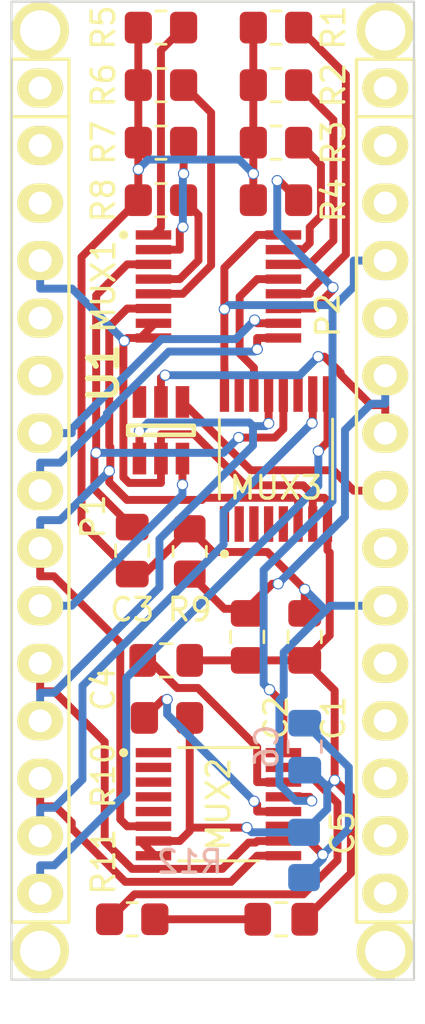
<source format=kicad_pcb>
(kicad_pcb (version 20171130) (host pcbnew "(5.1.9)-1")

  (general
    (thickness 1.6)
    (drawings 8)
    (tracks 335)
    (zones 0)
    (modules 28)
    (nets 63)
  )

  (page A4)
  (title_block
    (date "jeu. 02 avril 2015")
  )

  (layers
    (0 F.Cu signal)
    (31 B.Cu signal hide)
    (32 B.Adhes user)
    (33 F.Adhes user)
    (34 B.Paste user)
    (35 F.Paste user)
    (36 B.SilkS user)
    (37 F.SilkS user)
    (38 B.Mask user)
    (39 F.Mask user)
    (40 Dwgs.User user)
    (41 Cmts.User user)
    (42 Eco1.User user)
    (43 Eco2.User user)
    (44 Edge.Cuts user)
    (45 Margin user)
    (46 B.CrtYd user)
    (47 F.CrtYd user)
    (48 B.Fab user)
    (49 F.Fab user)
  )

  (setup
    (last_trace_width 0.35)
    (user_trace_width 0.35)
    (trace_clearance 0.2)
    (zone_clearance 0.508)
    (zone_45_only no)
    (trace_min 0.2)
    (via_size 0.6)
    (via_drill 0.4)
    (via_min_size 0.4)
    (via_min_drill 0.3)
    (user_via 0.5 0.4)
    (uvia_size 0.3)
    (uvia_drill 0.1)
    (uvias_allowed no)
    (uvia_min_size 0.2)
    (uvia_min_drill 0.1)
    (edge_width 0.1)
    (segment_width 0.15)
    (pcb_text_width 0.3)
    (pcb_text_size 1.5 1.5)
    (mod_edge_width 0.15)
    (mod_text_size 1 1)
    (mod_text_width 0.15)
    (pad_size 1.5 1.5)
    (pad_drill 0.6)
    (pad_to_mask_clearance 0)
    (aux_axis_origin 138.176 110.617)
    (visible_elements 7FFDFFFF)
    (pcbplotparams
      (layerselection 0x00030_80000001)
      (usegerberextensions false)
      (usegerberattributes true)
      (usegerberadvancedattributes true)
      (creategerberjobfile true)
      (excludeedgelayer true)
      (linewidth 0.100000)
      (plotframeref false)
      (viasonmask false)
      (mode 1)
      (useauxorigin false)
      (hpglpennumber 1)
      (hpglpenspeed 20)
      (hpglpendiameter 15.000000)
      (psnegative false)
      (psa4output false)
      (plotreference true)
      (plotvalue true)
      (plotinvisibletext false)
      (padsonsilk false)
      (subtractmaskfromsilk false)
      (outputformat 1)
      (mirror false)
      (drillshape 1)
      (scaleselection 1)
      (outputdirectory ""))
  )

  (net 0 "")
  (net 1 GNDD)
  (net 2 A2)
  (net 3 A6)
  (net 4 D8)
  (net 5 D7)
  (net 6 A5)
  (net 7 A4)
  (net 8 D4)
  (net 9 D5)
  (net 10 D6)
  (net 11 "Net-(C4-Pad1)")
  (net 12 "Net-(C5-Pad1)")
  (net 13 JP1_OUT_2)
  (net 14 JP1_OUT_1)
  (net 15 +5V)
  (net 16 "Net-(MUX1-Pad15)")
  (net 17 "Net-(MUX1-Pad14)")
  (net 18 "Net-(MUX1-Pad12)")
  (net 19 "Net-(MUX1-Pad11)")
  (net 20 "Net-(MUX1-Pad5)")
  (net 21 "Net-(MUX1-Pad4)")
  (net 22 "Net-(MUX1-Pad2)")
  (net 23 "Net-(MUX1-Pad1)")
  (net 24 "Net-(MUX2-Pad15)")
  (net 25 "Net-(MUX2-Pad12)")
  (net 26 D9)
  (net 27 D10)
  (net 28 D11)
  (net 29 D12)
  (net 30 "Net-(C6-Pad1)")
  (net 31 "Net-(MUX2-Pad5)")
  (net 32 "Net-(MUX2-Pad4)")
  (net 33 "Net-(MUX2-Pad3)")
  (net 34 "Net-(MUX2-Pad2)")
  (net 35 "Net-(MUX2-Pad1)")
  (net 36 "Net-(MUX3-Pad15)")
  (net 37 "Net-(MUX3-Pad11)")
  (net 38 "Net-(MUX3-Pad5)")
  (net 39 "Net-(MUX3-Pad4)")
  (net 40 "Net-(MUX3-Pad3)")
  (net 41 "Net-(MUX3-Pad2)")
  (net 42 "Net-(MUX3-Pad1)")
  (net 43 "/1(Tx)")
  (net 44 "/0(Rx)")
  (net 45 /Reset)
  (net 46 /2)
  (net 47 "/3(**)")
  (net 48 "Net-(P2-Pad1)")
  (net 49 "Net-(P2-Pad2)")
  (net 50 "Net-(P2-Pad3)")
  (net 51 /A7)
  (net 52 /A3)
  (net 53 /A1)
  (net 54 /A0)
  (net 55 /AREF)
  (net 56 "Net-(P2-Pad14)")
  (net 57 "/13(SCK)")
  (net 58 "Net-(P3-Pad1)")
  (net 59 "Net-(P4-Pad1)")
  (net 60 "Net-(P5-Pad1)")
  (net 61 "Net-(P6-Pad1)")
  (net 62 "Net-(U1-Pad6)")

  (net_class Default "This is the default net class."
    (clearance 0.2)
    (trace_width 0.25)
    (via_dia 0.6)
    (via_drill 0.4)
    (uvia_dia 0.3)
    (uvia_drill 0.1)
    (add_net "/0(Rx)")
    (add_net "/1(Tx)")
    (add_net "/13(SCK)")
    (add_net /2)
    (add_net "/3(**)")
    (add_net /A0)
    (add_net /A1)
    (add_net /A3)
    (add_net /A7)
    (add_net /AREF)
    (add_net /Reset)
    (add_net "Net-(MUX2-Pad1)")
    (add_net "Net-(MUX2-Pad2)")
    (add_net "Net-(MUX2-Pad3)")
    (add_net "Net-(MUX2-Pad4)")
    (add_net "Net-(MUX2-Pad5)")
    (add_net "Net-(MUX3-Pad1)")
    (add_net "Net-(MUX3-Pad11)")
    (add_net "Net-(MUX3-Pad15)")
    (add_net "Net-(MUX3-Pad2)")
    (add_net "Net-(MUX3-Pad3)")
    (add_net "Net-(MUX3-Pad4)")
    (add_net "Net-(MUX3-Pad5)")
    (add_net "Net-(P2-Pad1)")
    (add_net "Net-(P2-Pad14)")
    (add_net "Net-(P2-Pad2)")
    (add_net "Net-(P2-Pad3)")
    (add_net "Net-(P3-Pad1)")
    (add_net "Net-(P4-Pad1)")
    (add_net "Net-(P5-Pad1)")
    (add_net "Net-(P6-Pad1)")
    (add_net "Net-(U1-Pad6)")
  )

  (net_class FEI ""
    (clearance 0.2)
    (trace_width 0.35)
    (via_dia 0.5)
    (via_drill 0.4)
    (uvia_dia 0.3)
    (uvia_drill 0.1)
    (add_net +5V)
    (add_net A2)
    (add_net A4)
    (add_net A5)
    (add_net A6)
    (add_net D10)
    (add_net D11)
    (add_net D12)
    (add_net D4)
    (add_net D5)
    (add_net D6)
    (add_net D7)
    (add_net D8)
    (add_net D9)
    (add_net GNDD)
    (add_net JP1_OUT_1)
    (add_net JP1_OUT_2)
    (add_net "Net-(C4-Pad1)")
    (add_net "Net-(C5-Pad1)")
    (add_net "Net-(C6-Pad1)")
    (add_net "Net-(MUX1-Pad1)")
    (add_net "Net-(MUX1-Pad11)")
    (add_net "Net-(MUX1-Pad12)")
    (add_net "Net-(MUX1-Pad14)")
    (add_net "Net-(MUX1-Pad15)")
    (add_net "Net-(MUX1-Pad2)")
    (add_net "Net-(MUX1-Pad4)")
    (add_net "Net-(MUX1-Pad5)")
    (add_net "Net-(MUX2-Pad12)")
    (add_net "Net-(MUX2-Pad15)")
  )

  (module Resistor_SMD:R_0805_2012Metric_Pad1.20x1.40mm_HandSolder (layer B.Cu) (tedit 608FB3BF) (tstamp 60697D50)
    (at 151.1 105.11 270)
    (descr "Resistor SMD 0805 (2012 Metric), square (rectangular) end terminal, IPC_7351 nominal with elongated pad for handsoldering. (Body size source: IPC-SM-782 page 72, https://www.pcb-3d.com/wordpress/wp-content/uploads/ipc-sm-782a_amendment_1_and_2.pdf), generated with kicad-footprint-generator")
    (tags "resistor handsolder")
    (path /606A05BD)
    (attr smd)
    (fp_text reference R12 (at 0.3 5.05) (layer B.SilkS)
      (effects (font (size 1 1) (thickness 0.15)) (justify mirror))
    )
    (fp_text value R (at 0 -1.65 90) (layer B.Fab)
      (effects (font (size 1 1) (thickness 0.15)) (justify mirror))
    )
    (fp_line (start -1 -0.625) (end -1 0.625) (layer B.Fab) (width 0.1))
    (fp_line (start -1 0.625) (end 1 0.625) (layer B.Fab) (width 0.1))
    (fp_line (start 1 0.625) (end 1 -0.625) (layer B.Fab) (width 0.1))
    (fp_line (start 1 -0.625) (end -1 -0.625) (layer B.Fab) (width 0.1))
    (fp_line (start -1.85 -0.95) (end -1.85 0.95) (layer B.CrtYd) (width 0.05))
    (fp_line (start -1.85 0.95) (end 1.85 0.95) (layer B.CrtYd) (width 0.05))
    (fp_line (start 1.85 0.95) (end 1.85 -0.95) (layer B.CrtYd) (width 0.05))
    (fp_line (start 1.85 -0.95) (end -1.85 -0.95) (layer B.CrtYd) (width 0.05))
    (fp_text user %R (at 0 0 90) (layer B.Fab)
      (effects (font (size 0.5 0.5) (thickness 0.08)) (justify mirror))
    )
    (pad 2 smd roundrect (at 1 0 270) (size 1.2 1.4) (layers B.Cu B.Paste B.Mask) (roundrect_rratio 0.208333)
      (net 30 "Net-(C6-Pad1)"))
    (pad 1 smd roundrect (at -1 0 270) (size 1.2 1.4) (layers B.Cu B.Paste B.Mask) (roundrect_rratio 0.208333)
      (net 1 GNDD))
    (model ${KISYS3DMOD}/Resistor_SMD.3dshapes/R_0805_2012Metric.wrl
      (at (xyz 0 0 0))
      (scale (xyz 1 1 1))
      (rotate (xyz 0 0 0))
    )
  )

  (module Resistor_SMD:R_0805_2012Metric_Pad1.20x1.40mm_HandSolder (layer F.Cu) (tedit 608FB39B) (tstamp 605B1115)
    (at 145.05 99.06 180)
    (descr "Resistor SMD 0805 (2012 Metric), square (rectangular) end terminal, IPC_7351 nominal with elongated pad for handsoldering. (Body size source: IPC-SM-782 page 72, https://www.pcb-3d.com/wordpress/wp-content/uploads/ipc-sm-782a_amendment_1_and_2.pdf), generated with kicad-footprint-generator")
    (tags "resistor handsolder")
    (path /6089991D)
    (attr smd)
    (fp_text reference R10 (at 2.81 -2.54 270) (layer F.SilkS)
      (effects (font (size 1 1) (thickness 0.15)))
    )
    (fp_text value R (at 0 1.65 180) (layer F.Fab)
      (effects (font (size 1 1) (thickness 0.15)))
    )
    (fp_line (start -1 0.625) (end -1 -0.625) (layer F.Fab) (width 0.1))
    (fp_line (start -1 -0.625) (end 1 -0.625) (layer F.Fab) (width 0.1))
    (fp_line (start 1 -0.625) (end 1 0.625) (layer F.Fab) (width 0.1))
    (fp_line (start 1 0.625) (end -1 0.625) (layer F.Fab) (width 0.1))
    (fp_line (start -1.85 0.95) (end -1.85 -0.95) (layer F.CrtYd) (width 0.05))
    (fp_line (start -1.85 -0.95) (end 1.85 -0.95) (layer F.CrtYd) (width 0.05))
    (fp_line (start 1.85 -0.95) (end 1.85 0.95) (layer F.CrtYd) (width 0.05))
    (fp_line (start 1.85 0.95) (end -1.85 0.95) (layer F.CrtYd) (width 0.05))
    (fp_text user %R (at 0 0 180) (layer F.Fab)
      (effects (font (size 0.5 0.5) (thickness 0.08)))
    )
    (pad 2 smd roundrect (at 1 0 180) (size 1.2 1.4) (layers F.Cu F.Paste F.Mask) (roundrect_rratio 0.208333)
      (net 25 "Net-(MUX2-Pad12)"))
    (pad 1 smd roundrect (at -1 0 180) (size 1.2 1.4) (layers F.Cu F.Paste F.Mask) (roundrect_rratio 0.208333)
      (net 1 GNDD))
    (model ${KISYS3DMOD}/Resistor_SMD.3dshapes/R_0805_2012Metric.wrl
      (at (xyz 0 0 0))
      (scale (xyz 1 1 1))
      (rotate (xyz 0 0 0))
    )
  )

  (module Resistor_SMD:R_0805_2012Metric_Pad1.20x1.40mm_HandSolder (layer F.Cu) (tedit 608FB266) (tstamp 605AEBBD)
    (at 149.86 76.2)
    (descr "Resistor SMD 0805 (2012 Metric), square (rectangular) end terminal, IPC_7351 nominal with elongated pad for handsoldering. (Body size source: IPC-SM-782 page 72, https://www.pcb-3d.com/wordpress/wp-content/uploads/ipc-sm-782a_amendment_1_and_2.pdf), generated with kicad-footprint-generator")
    (tags "resistor handsolder")
    (path /60674706)
    (attr smd)
    (fp_text reference R4 (at 2.54 0 90) (layer F.SilkS)
      (effects (font (size 1 1) (thickness 0.15)))
    )
    (fp_text value R (at 0 1.65) (layer F.Fab)
      (effects (font (size 1 1) (thickness 0.15)))
    )
    (fp_line (start -1 0.625) (end -1 -0.625) (layer F.Fab) (width 0.1))
    (fp_line (start -1 -0.625) (end 1 -0.625) (layer F.Fab) (width 0.1))
    (fp_line (start 1 -0.625) (end 1 0.625) (layer F.Fab) (width 0.1))
    (fp_line (start 1 0.625) (end -1 0.625) (layer F.Fab) (width 0.1))
    (fp_line (start -1.85 0.95) (end -1.85 -0.95) (layer F.CrtYd) (width 0.05))
    (fp_line (start -1.85 -0.95) (end 1.85 -0.95) (layer F.CrtYd) (width 0.05))
    (fp_line (start 1.85 -0.95) (end 1.85 0.95) (layer F.CrtYd) (width 0.05))
    (fp_line (start 1.85 0.95) (end -1.85 0.95) (layer F.CrtYd) (width 0.05))
    (fp_text user %R (at 0 0) (layer F.Fab)
      (effects (font (size 0.5 0.5) (thickness 0.08)))
    )
    (pad 2 smd roundrect (at 1 0) (size 1.2 1.4) (layers F.Cu F.Paste F.Mask) (roundrect_rratio 0.208333)
      (net 19 "Net-(MUX1-Pad11)"))
    (pad 1 smd roundrect (at -1 0) (size 1.2 1.4) (layers F.Cu F.Paste F.Mask) (roundrect_rratio 0.208333)
      (net 2 A2))
    (model ${KISYS3DMOD}/Resistor_SMD.3dshapes/R_0805_2012Metric.wrl
      (at (xyz 0 0 0))
      (scale (xyz 1 1 1))
      (rotate (xyz 0 0 0))
    )
  )

  (module MCP4725A0T-E_CH:SOT95P270X145-6N (layer F.Cu) (tedit 6072F054) (tstamp 605AEC2B)
    (at 144.78 86.36 90)
    (descr "(CH) [SOT-23]")
    (tags "Integrated Circuit")
    (path /603B3566)
    (attr smd)
    (fp_text reference U1 (at 2.54 -2.54 270) (layer F.SilkS)
      (effects (font (size 1.27 1.27) (thickness 0.254)))
    )
    (fp_text value MCP4725xxx-xCH (at 0 0 270) (layer F.SilkS) hide
      (effects (font (size 1.27 1.27) (thickness 0.254)))
    )
    (fp_line (start -0.775 -1.45) (end 0.775 -1.45) (layer F.Fab) (width 0.1))
    (fp_line (start 0.775 -1.45) (end 0.775 1.45) (layer F.Fab) (width 0.1))
    (fp_line (start 0.775 1.45) (end -0.775 1.45) (layer F.Fab) (width 0.1))
    (fp_line (start -0.775 1.45) (end -0.775 -1.45) (layer F.Fab) (width 0.1))
    (fp_line (start -0.775 -0.5) (end 0.175 -1.45) (layer F.Fab) (width 0.1))
    (fp_line (start -0.2 -1.45) (end 0.2 -1.45) (layer F.SilkS) (width 0.2))
    (fp_line (start 0.2 -1.45) (end 0.2 1.45) (layer F.SilkS) (width 0.2))
    (fp_line (start 0.2 1.45) (end -0.2 1.45) (layer F.SilkS) (width 0.2))
    (fp_line (start -0.2 1.45) (end -0.2 -1.45) (layer F.SilkS) (width 0.2))
    (fp_text user %R (at 0 0 270) (layer F.Fab)
      (effects (font (size 1.27 1.27) (thickness 0.254)))
    )
    (pad 6 smd rect (at 1.25 -0.95 180) (size 0.6 1.4) (layers F.Cu F.Paste F.Mask)
      (net 62 "Net-(U1-Pad6)"))
    (pad 5 smd rect (at 1.25 0 180) (size 0.6 1.4) (layers F.Cu F.Paste F.Mask)
      (net 6 A5))
    (pad 4 smd rect (at 1.25 0.95 180) (size 0.6 1.4) (layers F.Cu F.Paste F.Mask)
      (net 7 A4))
    (pad 3 smd rect (at -1.25 0.95 180) (size 0.6 1.4) (layers F.Cu F.Paste F.Mask)
      (net 5 D7))
    (pad 2 smd rect (at -1.25 0 180) (size 0.6 1.4) (layers F.Cu F.Paste F.Mask)
      (net 1 GNDD))
    (pad 1 smd rect (at -1.25 -0.95 180) (size 0.6 1.4) (layers F.Cu F.Paste F.Mask)
      (net 26 D9))
    (model MCP4725A0T-E_CH.stp
      (at (xyz 0 0 0))
      (scale (xyz 1 1 1))
      (rotate (xyz 0 0 0))
    )
  )

  (module CD4052BPW:SOP65P640X120-16N (layer F.Cu) (tedit 6072EFD8) (tstamp 605AEAE5)
    (at 147.32 80.01)
    (path /605BADA5)
    (fp_text reference MUX1 (at -5.08 0 90) (layer F.SilkS)
      (effects (font (size 1 1) (thickness 0.15)))
    )
    (fp_text value CD4052B (at 7.295 3.635) (layer F.Fab)
      (effects (font (size 1 1) (thickness 0.015)))
    )
    (fp_circle (center -4.19 -2.275) (end -4.09 -2.275) (layer F.SilkS) (width 0.2))
    (fp_circle (center -4.19 -2.275) (end -4.09 -2.275) (layer F.Fab) (width 0.2))
    (fp_line (start -2.2 -2.5) (end -2.2 2.5) (layer F.Fab) (width 0.127))
    (fp_line (start 2.2 -2.5) (end 2.2 2.5) (layer F.Fab) (width 0.127))
    (fp_line (start -3.905 -2.75) (end 3.905 -2.75) (layer F.CrtYd) (width 0.05))
    (fp_line (start -3.905 2.75) (end 3.905 2.75) (layer F.CrtYd) (width 0.05))
    (fp_line (start -3.905 -2.75) (end -3.905 2.75) (layer F.CrtYd) (width 0.05))
    (fp_line (start 3.905 -2.75) (end 3.905 2.75) (layer F.CrtYd) (width 0.05))
    (pad 16 smd rect (at 2.87 -2.275) (size 1.57 0.41) (layers F.Cu F.Paste F.Mask)
      (net 15 +5V))
    (pad 15 smd rect (at 2.87 -1.625) (size 1.57 0.41) (layers F.Cu F.Paste F.Mask)
      (net 16 "Net-(MUX1-Pad15)"))
    (pad 14 smd rect (at 2.87 -0.975) (size 1.57 0.41) (layers F.Cu F.Paste F.Mask)
      (net 17 "Net-(MUX1-Pad14)"))
    (pad 13 smd rect (at 2.87 -0.325) (size 1.57 0.41) (layers F.Cu F.Paste F.Mask)
      (net 14 JP1_OUT_1))
    (pad 12 smd rect (at 2.87 0.325) (size 1.57 0.41) (layers F.Cu F.Paste F.Mask)
      (net 18 "Net-(MUX1-Pad12)"))
    (pad 11 smd rect (at 2.87 0.975) (size 1.57 0.41) (layers F.Cu F.Paste F.Mask)
      (net 19 "Net-(MUX1-Pad11)"))
    (pad 10 smd rect (at 2.87 1.625) (size 1.57 0.41) (layers F.Cu F.Paste F.Mask)
      (net 8 D4))
    (pad 9 smd rect (at 2.87 2.275) (size 1.57 0.41) (layers F.Cu F.Paste F.Mask)
      (net 9 D5))
    (pad 8 smd rect (at -2.87 2.275) (size 1.57 0.41) (layers F.Cu F.Paste F.Mask)
      (net 1 GNDD))
    (pad 7 smd rect (at -2.87 1.625) (size 1.57 0.41) (layers F.Cu F.Paste F.Mask)
      (net 1 GNDD))
    (pad 6 smd rect (at -2.87 0.975) (size 1.57 0.41) (layers F.Cu F.Paste F.Mask)
      (net 10 D6))
    (pad 5 smd rect (at -2.87 0.325) (size 1.57 0.41) (layers F.Cu F.Paste F.Mask)
      (net 20 "Net-(MUX1-Pad5)"))
    (pad 4 smd rect (at -2.87 -0.325) (size 1.57 0.41) (layers F.Cu F.Paste F.Mask)
      (net 21 "Net-(MUX1-Pad4)"))
    (pad 3 smd rect (at -2.87 -0.975) (size 1.57 0.41) (layers F.Cu F.Paste F.Mask)
      (net 13 JP1_OUT_2))
    (pad 2 smd rect (at -2.87 -1.625) (size 1.57 0.41) (layers F.Cu F.Paste F.Mask)
      (net 22 "Net-(MUX1-Pad2)"))
    (pad 1 smd rect (at -2.87 -2.275) (size 1.57 0.41) (layers F.Cu F.Paste F.Mask)
      (net 23 "Net-(MUX1-Pad1)"))
  )

  (module Capacitor_SMD:C_0805_2012Metric_Pad1.18x1.45mm_HandSolder (layer B.Cu) (tedit 5F68FEEF) (tstamp 60697A91)
    (at 151.13 100.33 270)
    (descr "Capacitor SMD 0805 (2012 Metric), square (rectangular) end terminal, IPC_7351 nominal with elongated pad for handsoldering. (Body size source: IPC-SM-782 page 76, https://www.pcb-3d.com/wordpress/wp-content/uploads/ipc-sm-782a_amendment_1_and_2.pdf, https://docs.google.com/spreadsheets/d/1BsfQQcO9C6DZCsRaXUlFlo91Tg2WpOkGARC1WS5S8t0/edit?usp=sharing), generated with kicad-footprint-generator")
    (tags "capacitor handsolder")
    (path /606A05B7)
    (attr smd)
    (fp_text reference C6 (at 0 1.68 270) (layer B.SilkS)
      (effects (font (size 1 1) (thickness 0.15)) (justify mirror))
    )
    (fp_text value CP (at 0 -1.68 270) (layer B.Fab)
      (effects (font (size 1 1) (thickness 0.15)) (justify mirror))
    )
    (fp_line (start -1 -0.625) (end -1 0.625) (layer B.Fab) (width 0.1))
    (fp_line (start -1 0.625) (end 1 0.625) (layer B.Fab) (width 0.1))
    (fp_line (start 1 0.625) (end 1 -0.625) (layer B.Fab) (width 0.1))
    (fp_line (start 1 -0.625) (end -1 -0.625) (layer B.Fab) (width 0.1))
    (fp_line (start -0.261252 0.735) (end 0.261252 0.735) (layer B.SilkS) (width 0.12))
    (fp_line (start -0.261252 -0.735) (end 0.261252 -0.735) (layer B.SilkS) (width 0.12))
    (fp_line (start -1.88 -0.98) (end -1.88 0.98) (layer B.CrtYd) (width 0.05))
    (fp_line (start -1.88 0.98) (end 1.88 0.98) (layer B.CrtYd) (width 0.05))
    (fp_line (start 1.88 0.98) (end 1.88 -0.98) (layer B.CrtYd) (width 0.05))
    (fp_line (start 1.88 -0.98) (end -1.88 -0.98) (layer B.CrtYd) (width 0.05))
    (fp_text user %R (at 0 0 270) (layer B.Fab)
      (effects (font (size 0.5 0.5) (thickness 0.08)) (justify mirror))
    )
    (pad 2 smd roundrect (at 1.0375 0 270) (size 1.175 1.45) (layers B.Cu B.Paste B.Mask) (roundrect_rratio 0.212766)
      (net 1 GNDD))
    (pad 1 smd roundrect (at -1.0375 0 270) (size 1.175 1.45) (layers B.Cu B.Paste B.Mask) (roundrect_rratio 0.212766)
      (net 30 "Net-(C6-Pad1)"))
    (model ${KISYS3DMOD}/Capacitor_SMD.3dshapes/C_0805_2012Metric.wrl
      (at (xyz 0 0 0))
      (scale (xyz 1 1 1))
      (rotate (xyz 0 0 0))
    )
  )

  (module CD4052BPW:SOP65P640X120-16N (layer F.Cu) (tedit 60571FE4) (tstamp 60682E50)
    (at 149.86 87.63 90)
    (path /606CA1AF)
    (fp_text reference MUX3 (at -1.27 0 180) (layer F.SilkS)
      (effects (font (size 1 1) (thickness 0.15)))
    )
    (fp_text value CD4052B (at 7.295 3.635 90) (layer F.Fab)
      (effects (font (size 1 1) (thickness 0.015)))
    )
    (fp_line (start 1.765 2.5) (end -1.765 2.5) (layer F.SilkS) (width 0.127))
    (fp_line (start 3.905 -2.75) (end 3.905 2.75) (layer F.CrtYd) (width 0.05))
    (fp_line (start -3.905 -2.75) (end -3.905 2.75) (layer F.CrtYd) (width 0.05))
    (fp_line (start -3.905 2.75) (end 3.905 2.75) (layer F.CrtYd) (width 0.05))
    (fp_line (start -3.905 -2.75) (end 3.905 -2.75) (layer F.CrtYd) (width 0.05))
    (fp_line (start 2.2 -2.5) (end 2.2 2.5) (layer F.Fab) (width 0.127))
    (fp_line (start -2.2 -2.5) (end -2.2 2.5) (layer F.Fab) (width 0.127))
    (fp_line (start -1.765 -2.5) (end 1.765 -2.5) (layer F.SilkS) (width 0.127))
    (fp_line (start -2.2 2.5) (end 2.2 2.5) (layer F.Fab) (width 0.127))
    (fp_line (start -2.2 -2.5) (end 2.2 -2.5) (layer F.Fab) (width 0.127))
    (fp_circle (center -4.19 -2.275) (end -4.09 -2.275) (layer F.Fab) (width 0.2))
    (fp_circle (center -4.19 -2.275) (end -4.09 -2.275) (layer F.SilkS) (width 0.2))
    (pad 16 smd rect (at 2.87 -2.275 90) (size 1.57 0.41) (layers F.Cu F.Paste F.Mask)
      (net 15 +5V))
    (pad 15 smd rect (at 2.87 -1.625 90) (size 1.57 0.41) (layers F.Cu F.Paste F.Mask)
      (net 36 "Net-(MUX3-Pad15)"))
    (pad 14 smd rect (at 2.87 -0.975 90) (size 1.57 0.41) (layers F.Cu F.Paste F.Mask)
      (net 14 JP1_OUT_1))
    (pad 13 smd rect (at 2.87 -0.325 90) (size 1.57 0.41) (layers F.Cu F.Paste F.Mask)
      (net 26 D9))
    (pad 12 smd rect (at 2.87 0.325 90) (size 1.57 0.41) (layers F.Cu F.Paste F.Mask)
      (net 13 JP1_OUT_2))
    (pad 11 smd rect (at 2.87 0.975 90) (size 1.57 0.41) (layers F.Cu F.Paste F.Mask)
      (net 37 "Net-(MUX3-Pad11)"))
    (pad 10 smd rect (at 2.87 1.625 90) (size 1.57 0.41) (layers F.Cu F.Paste F.Mask)
      (net 28 D11))
    (pad 9 smd rect (at 2.87 2.275 90) (size 1.57 0.41) (layers F.Cu F.Paste F.Mask)
      (net 29 D12))
    (pad 8 smd rect (at -2.87 2.275 90) (size 1.57 0.41) (layers F.Cu F.Paste F.Mask)
      (net 1 GNDD))
    (pad 7 smd rect (at -2.87 1.625 90) (size 1.57 0.41) (layers F.Cu F.Paste F.Mask)
      (net 1 GNDD))
    (pad 6 smd rect (at -2.87 0.975 90) (size 1.57 0.41) (layers F.Cu F.Paste F.Mask)
      (net 10 D6))
    (pad 5 smd rect (at -2.87 0.325 90) (size 1.57 0.41) (layers F.Cu F.Paste F.Mask)
      (net 38 "Net-(MUX3-Pad5)"))
    (pad 4 smd rect (at -2.87 -0.325 90) (size 1.57 0.41) (layers F.Cu F.Paste F.Mask)
      (net 39 "Net-(MUX3-Pad4)"))
    (pad 3 smd rect (at -2.87 -0.975 90) (size 1.57 0.41) (layers F.Cu F.Paste F.Mask)
      (net 40 "Net-(MUX3-Pad3)"))
    (pad 2 smd rect (at -2.87 -1.625 90) (size 1.57 0.41) (layers F.Cu F.Paste F.Mask)
      (net 41 "Net-(MUX3-Pad2)"))
    (pad 1 smd rect (at -2.87 -2.275 90) (size 1.57 0.41) (layers F.Cu F.Paste F.Mask)
      (net 42 "Net-(MUX3-Pad1)"))
  )

  (module CD4052BPW:SOP65P640X120-16N (layer F.Cu) (tedit 60571FE4) (tstamp 6066BB38)
    (at 147.32 102.87)
    (path /606EE2FD)
    (fp_text reference MUX2 (at 0 0 270) (layer F.SilkS)
      (effects (font (size 1 1) (thickness 0.15)))
    )
    (fp_text value CD4052B (at 7.295 3.635) (layer F.Fab)
      (effects (font (size 1 1) (thickness 0.015)))
    )
    (fp_circle (center -4.19 -2.275) (end -4.09 -2.275) (layer F.SilkS) (width 0.2))
    (fp_circle (center -4.19 -2.275) (end -4.09 -2.275) (layer F.Fab) (width 0.2))
    (fp_line (start -2.2 -2.5) (end 2.2 -2.5) (layer F.Fab) (width 0.127))
    (fp_line (start -2.2 2.5) (end 2.2 2.5) (layer F.Fab) (width 0.127))
    (fp_line (start -1.765 -2.5) (end 1.765 -2.5) (layer F.SilkS) (width 0.127))
    (fp_line (start -2.2 -2.5) (end -2.2 2.5) (layer F.Fab) (width 0.127))
    (fp_line (start 2.2 -2.5) (end 2.2 2.5) (layer F.Fab) (width 0.127))
    (fp_line (start -3.905 -2.75) (end 3.905 -2.75) (layer F.CrtYd) (width 0.05))
    (fp_line (start -3.905 2.75) (end 3.905 2.75) (layer F.CrtYd) (width 0.05))
    (fp_line (start -3.905 -2.75) (end -3.905 2.75) (layer F.CrtYd) (width 0.05))
    (fp_line (start 3.905 -2.75) (end 3.905 2.75) (layer F.CrtYd) (width 0.05))
    (fp_line (start 1.765 2.5) (end -1.765 2.5) (layer F.SilkS) (width 0.127))
    (pad 16 smd rect (at 2.87 -2.275) (size 1.57 0.41) (layers F.Cu F.Paste F.Mask)
      (net 15 +5V))
    (pad 15 smd rect (at 2.87 -1.625) (size 1.57 0.41) (layers F.Cu F.Paste F.Mask)
      (net 24 "Net-(MUX2-Pad15)"))
    (pad 14 smd rect (at 2.87 -0.975) (size 1.57 0.41) (layers F.Cu F.Paste F.Mask)
      (net 11 "Net-(C4-Pad1)"))
    (pad 13 smd rect (at 2.87 -0.325) (size 1.57 0.41) (layers F.Cu F.Paste F.Mask)
      (net 2 A2))
    (pad 12 smd rect (at 2.87 0.325) (size 1.57 0.41) (layers F.Cu F.Paste F.Mask)
      (net 25 "Net-(MUX2-Pad12)"))
    (pad 11 smd rect (at 2.87 0.975) (size 1.57 0.41) (layers F.Cu F.Paste F.Mask)
      (net 30 "Net-(C6-Pad1)"))
    (pad 10 smd rect (at 2.87 1.625) (size 1.57 0.41) (layers F.Cu F.Paste F.Mask)
      (net 4 D8))
    (pad 9 smd rect (at 2.87 2.275) (size 1.57 0.41) (layers F.Cu F.Paste F.Mask)
      (net 27 D10))
    (pad 8 smd rect (at -2.87 2.275) (size 1.57 0.41) (layers F.Cu F.Paste F.Mask)
      (net 1 GNDD))
    (pad 7 smd rect (at -2.87 1.625) (size 1.57 0.41) (layers F.Cu F.Paste F.Mask)
      (net 1 GNDD))
    (pad 6 smd rect (at -2.87 0.975) (size 1.57 0.41) (layers F.Cu F.Paste F.Mask)
      (net 10 D6))
    (pad 5 smd rect (at -2.87 0.325) (size 1.57 0.41) (layers F.Cu F.Paste F.Mask)
      (net 31 "Net-(MUX2-Pad5)"))
    (pad 4 smd rect (at -2.87 -0.325) (size 1.57 0.41) (layers F.Cu F.Paste F.Mask)
      (net 32 "Net-(MUX2-Pad4)"))
    (pad 3 smd rect (at -2.87 -0.975) (size 1.57 0.41) (layers F.Cu F.Paste F.Mask)
      (net 33 "Net-(MUX2-Pad3)"))
    (pad 2 smd rect (at -2.87 -1.625) (size 1.57 0.41) (layers F.Cu F.Paste F.Mask)
      (net 34 "Net-(MUX2-Pad2)"))
    (pad 1 smd rect (at -2.87 -2.275) (size 1.57 0.41) (layers F.Cu F.Paste F.Mask)
      (net 35 "Net-(MUX2-Pad1)"))
  )

  (module Resistor_SMD:R_0805_2012Metric_Pad1.20x1.40mm_HandSolder (layer F.Cu) (tedit 5F68FEEE) (tstamp 605B1126)
    (at 143.51 107.95 180)
    (descr "Resistor SMD 0805 (2012 Metric), square (rectangular) end terminal, IPC_7351 nominal with elongated pad for handsoldering. (Body size source: IPC-SM-782 page 72, https://www.pcb-3d.com/wordpress/wp-content/uploads/ipc-sm-782a_amendment_1_and_2.pdf), generated with kicad-footprint-generator")
    (tags "resistor handsolder")
    (path /6095880F)
    (attr smd)
    (fp_text reference R11 (at 1.27 2.54 270) (layer F.SilkS)
      (effects (font (size 1 1) (thickness 0.15)))
    )
    (fp_text value R (at 0 1.65) (layer F.Fab)
      (effects (font (size 1 1) (thickness 0.15)))
    )
    (fp_line (start -1 0.625) (end -1 -0.625) (layer F.Fab) (width 0.1))
    (fp_line (start -1 -0.625) (end 1 -0.625) (layer F.Fab) (width 0.1))
    (fp_line (start 1 -0.625) (end 1 0.625) (layer F.Fab) (width 0.1))
    (fp_line (start 1 0.625) (end -1 0.625) (layer F.Fab) (width 0.1))
    (fp_line (start -0.227064 -0.735) (end 0.227064 -0.735) (layer F.SilkS) (width 0.12))
    (fp_line (start -0.227064 0.735) (end 0.227064 0.735) (layer F.SilkS) (width 0.12))
    (fp_line (start -1.85 0.95) (end -1.85 -0.95) (layer F.CrtYd) (width 0.05))
    (fp_line (start -1.85 -0.95) (end 1.85 -0.95) (layer F.CrtYd) (width 0.05))
    (fp_line (start 1.85 -0.95) (end 1.85 0.95) (layer F.CrtYd) (width 0.05))
    (fp_line (start 1.85 0.95) (end -1.85 0.95) (layer F.CrtYd) (width 0.05))
    (fp_text user %R (at 0 0) (layer F.Fab)
      (effects (font (size 0.5 0.5) (thickness 0.08)))
    )
    (pad 2 smd roundrect (at 1 0 180) (size 1.2 1.4) (layers F.Cu F.Paste F.Mask) (roundrect_rratio 0.208333)
      (net 24 "Net-(MUX2-Pad15)"))
    (pad 1 smd roundrect (at -1 0 180) (size 1.2 1.4) (layers F.Cu F.Paste F.Mask) (roundrect_rratio 0.208333)
      (net 12 "Net-(C5-Pad1)"))
    (model ${KISYS3DMOD}/Resistor_SMD.3dshapes/R_0805_2012Metric.wrl
      (at (xyz 0 0 0))
      (scale (xyz 1 1 1))
      (rotate (xyz 0 0 0))
    )
  )

  (module Capacitor_SMD:C_0805_2012Metric_Pad1.18x1.45mm_HandSolder (layer F.Cu) (tedit 5F68FEEF) (tstamp 605B0E9D)
    (at 150.092 107.95)
    (descr "Capacitor SMD 0805 (2012 Metric), square (rectangular) end terminal, IPC_7351 nominal with elongated pad for handsoldering. (Body size source: IPC-SM-782 page 76, https://www.pcb-3d.com/wordpress/wp-content/uploads/ipc-sm-782a_amendment_1_and_2.pdf, https://docs.google.com/spreadsheets/d/1BsfQQcO9C6DZCsRaXUlFlo91Tg2WpOkGARC1WS5S8t0/edit?usp=sharing), generated with kicad-footprint-generator")
    (tags "capacitor handsolder")
    (path /609594D1)
    (attr smd)
    (fp_text reference C5 (at 2.708 -3.81 270) (layer F.SilkS)
      (effects (font (size 1 1) (thickness 0.15)))
    )
    (fp_text value CP (at 0 1.68) (layer F.Fab)
      (effects (font (size 1 1) (thickness 0.15)))
    )
    (fp_line (start -1 0.625) (end -1 -0.625) (layer F.Fab) (width 0.1))
    (fp_line (start -1 -0.625) (end 1 -0.625) (layer F.Fab) (width 0.1))
    (fp_line (start 1 -0.625) (end 1 0.625) (layer F.Fab) (width 0.1))
    (fp_line (start 1 0.625) (end -1 0.625) (layer F.Fab) (width 0.1))
    (fp_line (start -0.261252 -0.735) (end 0.261252 -0.735) (layer F.SilkS) (width 0.12))
    (fp_line (start -0.261252 0.735) (end 0.261252 0.735) (layer F.SilkS) (width 0.12))
    (fp_line (start -1.88 0.98) (end -1.88 -0.98) (layer F.CrtYd) (width 0.05))
    (fp_line (start -1.88 -0.98) (end 1.88 -0.98) (layer F.CrtYd) (width 0.05))
    (fp_line (start 1.88 -0.98) (end 1.88 0.98) (layer F.CrtYd) (width 0.05))
    (fp_line (start 1.88 0.98) (end -1.88 0.98) (layer F.CrtYd) (width 0.05))
    (fp_text user %R (at 0 0) (layer F.Fab)
      (effects (font (size 0.5 0.5) (thickness 0.08)))
    )
    (pad 2 smd roundrect (at 1.0375 0) (size 1.175 1.45) (layers F.Cu F.Paste F.Mask) (roundrect_rratio 0.212766)
      (net 1 GNDD))
    (pad 1 smd roundrect (at -1.0375 0) (size 1.175 1.45) (layers F.Cu F.Paste F.Mask) (roundrect_rratio 0.212766)
      (net 12 "Net-(C5-Pad1)"))
    (model ${KISYS3DMOD}/Capacitor_SMD.3dshapes/C_0805_2012Metric.wrl
      (at (xyz 0 0 0))
      (scale (xyz 1 1 1))
      (rotate (xyz 0 0 0))
    )
  )

  (module Capacitor_SMD:C_0805_2012Metric_Pad1.18x1.45mm_HandSolder (layer F.Cu) (tedit 5F68FEEF) (tstamp 605B0E8C)
    (at 145.012 96.52)
    (descr "Capacitor SMD 0805 (2012 Metric), square (rectangular) end terminal, IPC_7351 nominal with elongated pad for handsoldering. (Body size source: IPC-SM-782 page 76, https://www.pcb-3d.com/wordpress/wp-content/uploads/ipc-sm-782a_amendment_1_and_2.pdf, https://docs.google.com/spreadsheets/d/1BsfQQcO9C6DZCsRaXUlFlo91Tg2WpOkGARC1WS5S8t0/edit?usp=sharing), generated with kicad-footprint-generator")
    (tags "capacitor handsolder")
    (path /608A00C9)
    (attr smd)
    (fp_text reference C4 (at -2.7725 1.27 90) (layer F.SilkS)
      (effects (font (size 1 1) (thickness 0.15)))
    )
    (fp_text value CP (at 0 1.68) (layer F.Fab)
      (effects (font (size 1 1) (thickness 0.15)))
    )
    (fp_line (start -1 0.625) (end -1 -0.625) (layer F.Fab) (width 0.1))
    (fp_line (start -1 -0.625) (end 1 -0.625) (layer F.Fab) (width 0.1))
    (fp_line (start 1 -0.625) (end 1 0.625) (layer F.Fab) (width 0.1))
    (fp_line (start 1 0.625) (end -1 0.625) (layer F.Fab) (width 0.1))
    (fp_line (start -0.261252 -0.735) (end 0.261252 -0.735) (layer F.SilkS) (width 0.12))
    (fp_line (start -0.261252 0.735) (end 0.261252 0.735) (layer F.SilkS) (width 0.12))
    (fp_line (start -1.88 0.98) (end -1.88 -0.98) (layer F.CrtYd) (width 0.05))
    (fp_line (start -1.88 -0.98) (end 1.88 -0.98) (layer F.CrtYd) (width 0.05))
    (fp_line (start 1.88 -0.98) (end 1.88 0.98) (layer F.CrtYd) (width 0.05))
    (fp_line (start 1.88 0.98) (end -1.88 0.98) (layer F.CrtYd) (width 0.05))
    (fp_text user %R (at 0 0) (layer F.Fab)
      (effects (font (size 0.5 0.5) (thickness 0.08)))
    )
    (pad 2 smd roundrect (at 1.0375 0) (size 1.175 1.45) (layers F.Cu F.Paste F.Mask) (roundrect_rratio 0.212766)
      (net 1 GNDD))
    (pad 1 smd roundrect (at -1.0375 0) (size 1.175 1.45) (layers F.Cu F.Paste F.Mask) (roundrect_rratio 0.212766)
      (net 11 "Net-(C4-Pad1)"))
    (model ${KISYS3DMOD}/Capacitor_SMD.3dshapes/C_0805_2012Metric.wrl
      (at (xyz 0 0 0))
      (scale (xyz 1 1 1))
      (rotate (xyz 0 0 0))
    )
  )

  (module Capacitor_SMD:C_0805_2012Metric_Pad1.18x1.45mm_HandSolder (layer F.Cu) (tedit 5F68FEEF) (tstamp 605AFB76)
    (at 143.51 91.6725 270)
    (descr "Capacitor SMD 0805 (2012 Metric), square (rectangular) end terminal, IPC_7351 nominal with elongated pad for handsoldering. (Body size source: IPC-SM-782 page 76, https://www.pcb-3d.com/wordpress/wp-content/uploads/ipc-sm-782a_amendment_1_and_2.pdf, https://docs.google.com/spreadsheets/d/1BsfQQcO9C6DZCsRaXUlFlo91Tg2WpOkGARC1WS5S8t0/edit?usp=sharing), generated with kicad-footprint-generator")
    (tags "capacitor handsolder")
    (path /607CC1CC)
    (attr smd)
    (fp_text reference C3 (at 2.6075 0 180) (layer F.SilkS)
      (effects (font (size 1 1) (thickness 0.15)))
    )
    (fp_text value CP (at 0 1.68 90) (layer F.Fab)
      (effects (font (size 1 1) (thickness 0.15)))
    )
    (fp_line (start -1 0.625) (end -1 -0.625) (layer F.Fab) (width 0.1))
    (fp_line (start -1 -0.625) (end 1 -0.625) (layer F.Fab) (width 0.1))
    (fp_line (start 1 -0.625) (end 1 0.625) (layer F.Fab) (width 0.1))
    (fp_line (start 1 0.625) (end -1 0.625) (layer F.Fab) (width 0.1))
    (fp_line (start -0.261252 -0.735) (end 0.261252 -0.735) (layer F.SilkS) (width 0.12))
    (fp_line (start -0.261252 0.735) (end 0.261252 0.735) (layer F.SilkS) (width 0.12))
    (fp_line (start -1.88 0.98) (end -1.88 -0.98) (layer F.CrtYd) (width 0.05))
    (fp_line (start -1.88 -0.98) (end 1.88 -0.98) (layer F.CrtYd) (width 0.05))
    (fp_line (start 1.88 -0.98) (end 1.88 0.98) (layer F.CrtYd) (width 0.05))
    (fp_line (start 1.88 0.98) (end -1.88 0.98) (layer F.CrtYd) (width 0.05))
    (fp_text user %R (at 0 0 90) (layer F.Fab)
      (effects (font (size 0.5 0.5) (thickness 0.08)))
    )
    (pad 2 smd roundrect (at 1.0375 0 270) (size 1.175 1.45) (layers F.Cu F.Paste F.Mask) (roundrect_rratio 0.212766)
      (net 2 A2))
    (pad 1 smd roundrect (at -1.0375 0 270) (size 1.175 1.45) (layers F.Cu F.Paste F.Mask) (roundrect_rratio 0.212766)
      (net 13 JP1_OUT_2))
    (model ${KISYS3DMOD}/Capacitor_SMD.3dshapes/C_0805_2012Metric.wrl
      (at (xyz 0 0 0))
      (scale (xyz 1 1 1))
      (rotate (xyz 0 0 0))
    )
  )

  (module Resistor_SMD:R_0805_2012Metric_Pad1.20x1.40mm_HandSolder (layer F.Cu) (tedit 5F68FEEE) (tstamp 605AEC12)
    (at 146.05 91.71 90)
    (descr "Resistor SMD 0805 (2012 Metric), square (rectangular) end terminal, IPC_7351 nominal with elongated pad for handsoldering. (Body size source: IPC-SM-782 page 72, https://www.pcb-3d.com/wordpress/wp-content/uploads/ipc-sm-782a_amendment_1_and_2.pdf), generated with kicad-footprint-generator")
    (tags "resistor handsolder")
    (path /606DED14)
    (attr smd)
    (fp_text reference R9 (at -2.57 0) (layer F.SilkS)
      (effects (font (size 1 1) (thickness 0.15)))
    )
    (fp_text value R (at 0 1.65 90) (layer F.Fab)
      (effects (font (size 1 1) (thickness 0.15)))
    )
    (fp_line (start -1 0.625) (end -1 -0.625) (layer F.Fab) (width 0.1))
    (fp_line (start -1 -0.625) (end 1 -0.625) (layer F.Fab) (width 0.1))
    (fp_line (start 1 -0.625) (end 1 0.625) (layer F.Fab) (width 0.1))
    (fp_line (start 1 0.625) (end -1 0.625) (layer F.Fab) (width 0.1))
    (fp_line (start -0.227064 -0.735) (end 0.227064 -0.735) (layer F.SilkS) (width 0.12))
    (fp_line (start -0.227064 0.735) (end 0.227064 0.735) (layer F.SilkS) (width 0.12))
    (fp_line (start -1.85 0.95) (end -1.85 -0.95) (layer F.CrtYd) (width 0.05))
    (fp_line (start -1.85 -0.95) (end 1.85 -0.95) (layer F.CrtYd) (width 0.05))
    (fp_line (start 1.85 -0.95) (end 1.85 0.95) (layer F.CrtYd) (width 0.05))
    (fp_line (start 1.85 0.95) (end -1.85 0.95) (layer F.CrtYd) (width 0.05))
    (fp_text user %R (at 0 0 90) (layer F.Fab)
      (effects (font (size 0.5 0.5) (thickness 0.08)))
    )
    (pad 2 smd roundrect (at 1 0 90) (size 1.2 1.4) (layers F.Cu F.Paste F.Mask) (roundrect_rratio 0.208333)
      (net 2 A2))
    (pad 1 smd roundrect (at -1 0 90) (size 1.2 1.4) (layers F.Cu F.Paste F.Mask) (roundrect_rratio 0.208333)
      (net 3 A6))
    (model ${KISYS3DMOD}/Resistor_SMD.3dshapes/R_0805_2012Metric.wrl
      (at (xyz 0 0 0))
      (scale (xyz 1 1 1))
      (rotate (xyz 0 0 0))
    )
  )

  (module Resistor_SMD:R_0805_2012Metric_Pad1.20x1.40mm_HandSolder (layer F.Cu) (tedit 5F68FEEE) (tstamp 605AEC01)
    (at 144.78 76.2)
    (descr "Resistor SMD 0805 (2012 Metric), square (rectangular) end terminal, IPC_7351 nominal with elongated pad for handsoldering. (Body size source: IPC-SM-782 page 72, https://www.pcb-3d.com/wordpress/wp-content/uploads/ipc-sm-782a_amendment_1_and_2.pdf), generated with kicad-footprint-generator")
    (tags "resistor handsolder")
    (path /6067A9B8)
    (attr smd)
    (fp_text reference R8 (at -2.54 0 90) (layer F.SilkS)
      (effects (font (size 1 1) (thickness 0.15)))
    )
    (fp_text value R (at 0 1.65) (layer F.Fab)
      (effects (font (size 1 1) (thickness 0.15)))
    )
    (fp_line (start -1 0.625) (end -1 -0.625) (layer F.Fab) (width 0.1))
    (fp_line (start -1 -0.625) (end 1 -0.625) (layer F.Fab) (width 0.1))
    (fp_line (start 1 -0.625) (end 1 0.625) (layer F.Fab) (width 0.1))
    (fp_line (start 1 0.625) (end -1 0.625) (layer F.Fab) (width 0.1))
    (fp_line (start -0.227064 -0.735) (end 0.227064 -0.735) (layer F.SilkS) (width 0.12))
    (fp_line (start -0.227064 0.735) (end 0.227064 0.735) (layer F.SilkS) (width 0.12))
    (fp_line (start -1.85 0.95) (end -1.85 -0.95) (layer F.CrtYd) (width 0.05))
    (fp_line (start -1.85 -0.95) (end 1.85 -0.95) (layer F.CrtYd) (width 0.05))
    (fp_line (start 1.85 -0.95) (end 1.85 0.95) (layer F.CrtYd) (width 0.05))
    (fp_line (start 1.85 0.95) (end -1.85 0.95) (layer F.CrtYd) (width 0.05))
    (fp_text user %R (at 0 0) (layer F.Fab)
      (effects (font (size 0.5 0.5) (thickness 0.08)))
    )
    (pad 2 smd roundrect (at 1 0) (size 1.2 1.4) (layers F.Cu F.Paste F.Mask) (roundrect_rratio 0.208333)
      (net 21 "Net-(MUX1-Pad4)"))
    (pad 1 smd roundrect (at -1 0) (size 1.2 1.4) (layers F.Cu F.Paste F.Mask) (roundrect_rratio 0.208333)
      (net 2 A2))
    (model ${KISYS3DMOD}/Resistor_SMD.3dshapes/R_0805_2012Metric.wrl
      (at (xyz 0 0 0))
      (scale (xyz 1 1 1))
      (rotate (xyz 0 0 0))
    )
  )

  (module Resistor_SMD:R_0805_2012Metric_Pad1.20x1.40mm_HandSolder (layer F.Cu) (tedit 5F68FEEE) (tstamp 605AEBF0)
    (at 144.78 73.66)
    (descr "Resistor SMD 0805 (2012 Metric), square (rectangular) end terminal, IPC_7351 nominal with elongated pad for handsoldering. (Body size source: IPC-SM-782 page 72, https://www.pcb-3d.com/wordpress/wp-content/uploads/ipc-sm-782a_amendment_1_and_2.pdf), generated with kicad-footprint-generator")
    (tags "resistor handsolder")
    (path /6067A9B2)
    (attr smd)
    (fp_text reference R7 (at -2.54 0 90) (layer F.SilkS)
      (effects (font (size 1 1) (thickness 0.15)))
    )
    (fp_text value R (at 0 1.65) (layer F.Fab)
      (effects (font (size 1 1) (thickness 0.15)))
    )
    (fp_line (start -1 0.625) (end -1 -0.625) (layer F.Fab) (width 0.1))
    (fp_line (start -1 -0.625) (end 1 -0.625) (layer F.Fab) (width 0.1))
    (fp_line (start 1 -0.625) (end 1 0.625) (layer F.Fab) (width 0.1))
    (fp_line (start 1 0.625) (end -1 0.625) (layer F.Fab) (width 0.1))
    (fp_line (start -0.227064 -0.735) (end 0.227064 -0.735) (layer F.SilkS) (width 0.12))
    (fp_line (start -0.227064 0.735) (end 0.227064 0.735) (layer F.SilkS) (width 0.12))
    (fp_line (start -1.85 0.95) (end -1.85 -0.95) (layer F.CrtYd) (width 0.05))
    (fp_line (start -1.85 -0.95) (end 1.85 -0.95) (layer F.CrtYd) (width 0.05))
    (fp_line (start 1.85 -0.95) (end 1.85 0.95) (layer F.CrtYd) (width 0.05))
    (fp_line (start 1.85 0.95) (end -1.85 0.95) (layer F.CrtYd) (width 0.05))
    (fp_text user %R (at 0 0) (layer F.Fab)
      (effects (font (size 0.5 0.5) (thickness 0.08)))
    )
    (pad 2 smd roundrect (at 1 0) (size 1.2 1.4) (layers F.Cu F.Paste F.Mask) (roundrect_rratio 0.208333)
      (net 22 "Net-(MUX1-Pad2)"))
    (pad 1 smd roundrect (at -1 0) (size 1.2 1.4) (layers F.Cu F.Paste F.Mask) (roundrect_rratio 0.208333)
      (net 2 A2))
    (model ${KISYS3DMOD}/Resistor_SMD.3dshapes/R_0805_2012Metric.wrl
      (at (xyz 0 0 0))
      (scale (xyz 1 1 1))
      (rotate (xyz 0 0 0))
    )
  )

  (module Resistor_SMD:R_0805_2012Metric_Pad1.20x1.40mm_HandSolder (layer F.Cu) (tedit 5F68FEEE) (tstamp 605AEBDF)
    (at 144.78 71.12)
    (descr "Resistor SMD 0805 (2012 Metric), square (rectangular) end terminal, IPC_7351 nominal with elongated pad for handsoldering. (Body size source: IPC-SM-782 page 72, https://www.pcb-3d.com/wordpress/wp-content/uploads/ipc-sm-782a_amendment_1_and_2.pdf), generated with kicad-footprint-generator")
    (tags "resistor handsolder")
    (path /6067A9AC)
    (attr smd)
    (fp_text reference R6 (at -2.54 0 90) (layer F.SilkS)
      (effects (font (size 1 1) (thickness 0.15)))
    )
    (fp_text value R (at 0 1.65) (layer F.Fab)
      (effects (font (size 1 1) (thickness 0.15)))
    )
    (fp_line (start -1 0.625) (end -1 -0.625) (layer F.Fab) (width 0.1))
    (fp_line (start -1 -0.625) (end 1 -0.625) (layer F.Fab) (width 0.1))
    (fp_line (start 1 -0.625) (end 1 0.625) (layer F.Fab) (width 0.1))
    (fp_line (start 1 0.625) (end -1 0.625) (layer F.Fab) (width 0.1))
    (fp_line (start -0.227064 -0.735) (end 0.227064 -0.735) (layer F.SilkS) (width 0.12))
    (fp_line (start -0.227064 0.735) (end 0.227064 0.735) (layer F.SilkS) (width 0.12))
    (fp_line (start -1.85 0.95) (end -1.85 -0.95) (layer F.CrtYd) (width 0.05))
    (fp_line (start -1.85 -0.95) (end 1.85 -0.95) (layer F.CrtYd) (width 0.05))
    (fp_line (start 1.85 -0.95) (end 1.85 0.95) (layer F.CrtYd) (width 0.05))
    (fp_line (start 1.85 0.95) (end -1.85 0.95) (layer F.CrtYd) (width 0.05))
    (fp_text user %R (at 0 0) (layer F.Fab)
      (effects (font (size 0.5 0.5) (thickness 0.08)))
    )
    (pad 2 smd roundrect (at 1 0) (size 1.2 1.4) (layers F.Cu F.Paste F.Mask) (roundrect_rratio 0.208333)
      (net 20 "Net-(MUX1-Pad5)"))
    (pad 1 smd roundrect (at -1 0) (size 1.2 1.4) (layers F.Cu F.Paste F.Mask) (roundrect_rratio 0.208333)
      (net 2 A2))
    (model ${KISYS3DMOD}/Resistor_SMD.3dshapes/R_0805_2012Metric.wrl
      (at (xyz 0 0 0))
      (scale (xyz 1 1 1))
      (rotate (xyz 0 0 0))
    )
  )

  (module Resistor_SMD:R_0805_2012Metric_Pad1.20x1.40mm_HandSolder (layer F.Cu) (tedit 5F68FEEE) (tstamp 605AEBCE)
    (at 144.78 68.58)
    (descr "Resistor SMD 0805 (2012 Metric), square (rectangular) end terminal, IPC_7351 nominal with elongated pad for handsoldering. (Body size source: IPC-SM-782 page 72, https://www.pcb-3d.com/wordpress/wp-content/uploads/ipc-sm-782a_amendment_1_and_2.pdf), generated with kicad-footprint-generator")
    (tags "resistor handsolder")
    (path /6067A9A6)
    (attr smd)
    (fp_text reference R5 (at -2.54 0 90) (layer F.SilkS)
      (effects (font (size 1 1) (thickness 0.15)))
    )
    (fp_text value R (at 0 1.65) (layer F.Fab)
      (effects (font (size 1 1) (thickness 0.15)))
    )
    (fp_line (start -1 0.625) (end -1 -0.625) (layer F.Fab) (width 0.1))
    (fp_line (start -1 -0.625) (end 1 -0.625) (layer F.Fab) (width 0.1))
    (fp_line (start 1 -0.625) (end 1 0.625) (layer F.Fab) (width 0.1))
    (fp_line (start 1 0.625) (end -1 0.625) (layer F.Fab) (width 0.1))
    (fp_line (start -0.227064 -0.735) (end 0.227064 -0.735) (layer F.SilkS) (width 0.12))
    (fp_line (start -0.227064 0.735) (end 0.227064 0.735) (layer F.SilkS) (width 0.12))
    (fp_line (start -1.85 0.95) (end -1.85 -0.95) (layer F.CrtYd) (width 0.05))
    (fp_line (start -1.85 -0.95) (end 1.85 -0.95) (layer F.CrtYd) (width 0.05))
    (fp_line (start 1.85 -0.95) (end 1.85 0.95) (layer F.CrtYd) (width 0.05))
    (fp_line (start 1.85 0.95) (end -1.85 0.95) (layer F.CrtYd) (width 0.05))
    (fp_text user %R (at 0 0) (layer F.Fab)
      (effects (font (size 0.5 0.5) (thickness 0.08)))
    )
    (pad 2 smd roundrect (at 1 0) (size 1.2 1.4) (layers F.Cu F.Paste F.Mask) (roundrect_rratio 0.208333)
      (net 23 "Net-(MUX1-Pad1)"))
    (pad 1 smd roundrect (at -1 0) (size 1.2 1.4) (layers F.Cu F.Paste F.Mask) (roundrect_rratio 0.208333)
      (net 2 A2))
    (model ${KISYS3DMOD}/Resistor_SMD.3dshapes/R_0805_2012Metric.wrl
      (at (xyz 0 0 0))
      (scale (xyz 1 1 1))
      (rotate (xyz 0 0 0))
    )
  )

  (module Resistor_SMD:R_0805_2012Metric_Pad1.20x1.40mm_HandSolder (layer F.Cu) (tedit 5F68FEEE) (tstamp 605AEBAC)
    (at 149.86 73.66)
    (descr "Resistor SMD 0805 (2012 Metric), square (rectangular) end terminal, IPC_7351 nominal with elongated pad for handsoldering. (Body size source: IPC-SM-782 page 72, https://www.pcb-3d.com/wordpress/wp-content/uploads/ipc-sm-782a_amendment_1_and_2.pdf), generated with kicad-footprint-generator")
    (tags "resistor handsolder")
    (path /60672FA6)
    (attr smd)
    (fp_text reference R3 (at 2.54 0 90) (layer F.SilkS)
      (effects (font (size 1 1) (thickness 0.15)))
    )
    (fp_text value R (at 0 1.65) (layer F.Fab)
      (effects (font (size 1 1) (thickness 0.15)))
    )
    (fp_line (start -1 0.625) (end -1 -0.625) (layer F.Fab) (width 0.1))
    (fp_line (start -1 -0.625) (end 1 -0.625) (layer F.Fab) (width 0.1))
    (fp_line (start 1 -0.625) (end 1 0.625) (layer F.Fab) (width 0.1))
    (fp_line (start 1 0.625) (end -1 0.625) (layer F.Fab) (width 0.1))
    (fp_line (start -0.227064 -0.735) (end 0.227064 -0.735) (layer F.SilkS) (width 0.12))
    (fp_line (start -0.227064 0.735) (end 0.227064 0.735) (layer F.SilkS) (width 0.12))
    (fp_line (start -1.85 0.95) (end -1.85 -0.95) (layer F.CrtYd) (width 0.05))
    (fp_line (start -1.85 -0.95) (end 1.85 -0.95) (layer F.CrtYd) (width 0.05))
    (fp_line (start 1.85 -0.95) (end 1.85 0.95) (layer F.CrtYd) (width 0.05))
    (fp_line (start 1.85 0.95) (end -1.85 0.95) (layer F.CrtYd) (width 0.05))
    (fp_text user %R (at 0 0) (layer F.Fab)
      (effects (font (size 0.5 0.5) (thickness 0.08)))
    )
    (pad 2 smd roundrect (at 1 0) (size 1.2 1.4) (layers F.Cu F.Paste F.Mask) (roundrect_rratio 0.208333)
      (net 16 "Net-(MUX1-Pad15)"))
    (pad 1 smd roundrect (at -1 0) (size 1.2 1.4) (layers F.Cu F.Paste F.Mask) (roundrect_rratio 0.208333)
      (net 2 A2))
    (model ${KISYS3DMOD}/Resistor_SMD.3dshapes/R_0805_2012Metric.wrl
      (at (xyz 0 0 0))
      (scale (xyz 1 1 1))
      (rotate (xyz 0 0 0))
    )
  )

  (module Resistor_SMD:R_0805_2012Metric_Pad1.20x1.40mm_HandSolder (layer F.Cu) (tedit 5F68FEEE) (tstamp 605AEB9B)
    (at 149.86 71.12)
    (descr "Resistor SMD 0805 (2012 Metric), square (rectangular) end terminal, IPC_7351 nominal with elongated pad for handsoldering. (Body size source: IPC-SM-782 page 72, https://www.pcb-3d.com/wordpress/wp-content/uploads/ipc-sm-782a_amendment_1_and_2.pdf), generated with kicad-footprint-generator")
    (tags "resistor handsolder")
    (path /60671964)
    (attr smd)
    (fp_text reference R2 (at 2.54 0 90) (layer F.SilkS)
      (effects (font (size 1 1) (thickness 0.15)))
    )
    (fp_text value R (at 0 1.65) (layer F.Fab)
      (effects (font (size 1 1) (thickness 0.15)))
    )
    (fp_line (start -1 0.625) (end -1 -0.625) (layer F.Fab) (width 0.1))
    (fp_line (start -1 -0.625) (end 1 -0.625) (layer F.Fab) (width 0.1))
    (fp_line (start 1 -0.625) (end 1 0.625) (layer F.Fab) (width 0.1))
    (fp_line (start 1 0.625) (end -1 0.625) (layer F.Fab) (width 0.1))
    (fp_line (start -0.227064 -0.735) (end 0.227064 -0.735) (layer F.SilkS) (width 0.12))
    (fp_line (start -0.227064 0.735) (end 0.227064 0.735) (layer F.SilkS) (width 0.12))
    (fp_line (start -1.85 0.95) (end -1.85 -0.95) (layer F.CrtYd) (width 0.05))
    (fp_line (start -1.85 -0.95) (end 1.85 -0.95) (layer F.CrtYd) (width 0.05))
    (fp_line (start 1.85 -0.95) (end 1.85 0.95) (layer F.CrtYd) (width 0.05))
    (fp_line (start 1.85 0.95) (end -1.85 0.95) (layer F.CrtYd) (width 0.05))
    (fp_text user %R (at 0 0) (layer F.Fab)
      (effects (font (size 0.5 0.5) (thickness 0.08)))
    )
    (pad 2 smd roundrect (at 1 0) (size 1.2 1.4) (layers F.Cu F.Paste F.Mask) (roundrect_rratio 0.208333)
      (net 17 "Net-(MUX1-Pad14)"))
    (pad 1 smd roundrect (at -1 0) (size 1.2 1.4) (layers F.Cu F.Paste F.Mask) (roundrect_rratio 0.208333)
      (net 2 A2))
    (model ${KISYS3DMOD}/Resistor_SMD.3dshapes/R_0805_2012Metric.wrl
      (at (xyz 0 0 0))
      (scale (xyz 1 1 1))
      (rotate (xyz 0 0 0))
    )
  )

  (module Resistor_SMD:R_0805_2012Metric_Pad1.20x1.40mm_HandSolder (layer F.Cu) (tedit 5F68FEEE) (tstamp 605AEB8A)
    (at 149.86 68.58)
    (descr "Resistor SMD 0805 (2012 Metric), square (rectangular) end terminal, IPC_7351 nominal with elongated pad for handsoldering. (Body size source: IPC-SM-782 page 72, https://www.pcb-3d.com/wordpress/wp-content/uploads/ipc-sm-782a_amendment_1_and_2.pdf), generated with kicad-footprint-generator")
    (tags "resistor handsolder")
    (path /6066FC48)
    (attr smd)
    (fp_text reference R1 (at 2.54 0 270) (layer F.SilkS)
      (effects (font (size 1 1) (thickness 0.15)))
    )
    (fp_text value R (at 0 1.65) (layer F.Fab)
      (effects (font (size 1 1) (thickness 0.15)))
    )
    (fp_line (start -1 0.625) (end -1 -0.625) (layer F.Fab) (width 0.1))
    (fp_line (start -1 -0.625) (end 1 -0.625) (layer F.Fab) (width 0.1))
    (fp_line (start 1 -0.625) (end 1 0.625) (layer F.Fab) (width 0.1))
    (fp_line (start 1 0.625) (end -1 0.625) (layer F.Fab) (width 0.1))
    (fp_line (start -0.227064 -0.735) (end 0.227064 -0.735) (layer F.SilkS) (width 0.12))
    (fp_line (start -0.227064 0.735) (end 0.227064 0.735) (layer F.SilkS) (width 0.12))
    (fp_line (start -1.85 0.95) (end -1.85 -0.95) (layer F.CrtYd) (width 0.05))
    (fp_line (start -1.85 -0.95) (end 1.85 -0.95) (layer F.CrtYd) (width 0.05))
    (fp_line (start 1.85 -0.95) (end 1.85 0.95) (layer F.CrtYd) (width 0.05))
    (fp_line (start 1.85 0.95) (end -1.85 0.95) (layer F.CrtYd) (width 0.05))
    (fp_text user %R (at 0 0) (layer F.Fab)
      (effects (font (size 0.5 0.5) (thickness 0.08)))
    )
    (pad 2 smd roundrect (at 1 0) (size 1.2 1.4) (layers F.Cu F.Paste F.Mask) (roundrect_rratio 0.208333)
      (net 18 "Net-(MUX1-Pad12)"))
    (pad 1 smd roundrect (at -1 0) (size 1.2 1.4) (layers F.Cu F.Paste F.Mask) (roundrect_rratio 0.208333)
      (net 2 A2))
    (model ${KISYS3DMOD}/Resistor_SMD.3dshapes/R_0805_2012Metric.wrl
      (at (xyz 0 0 0))
      (scale (xyz 1 1 1))
      (rotate (xyz 0 0 0))
    )
  )

  (module Capacitor_SMD:C_0805_2012Metric_Pad1.18x1.45mm_HandSolder (layer F.Cu) (tedit 5F68FEEF) (tstamp 605AEAA0)
    (at 148.59 95.4825 270)
    (descr "Capacitor SMD 0805 (2012 Metric), square (rectangular) end terminal, IPC_7351 nominal with elongated pad for handsoldering. (Body size source: IPC-SM-782 page 76, https://www.pcb-3d.com/wordpress/wp-content/uploads/ipc-sm-782a_amendment_1_and_2.pdf, https://docs.google.com/spreadsheets/d/1BsfQQcO9C6DZCsRaXUlFlo91Tg2WpOkGARC1WS5S8t0/edit?usp=sharing), generated with kicad-footprint-generator")
    (tags "capacitor handsolder")
    (path /606F50EE)
    (attr smd)
    (fp_text reference C2 (at 3.5775 -1.27 90) (layer F.SilkS)
      (effects (font (size 1 1) (thickness 0.15)))
    )
    (fp_text value CP (at 0 1.68 90) (layer F.Fab)
      (effects (font (size 1 1) (thickness 0.15)))
    )
    (fp_line (start -1 0.625) (end -1 -0.625) (layer F.Fab) (width 0.1))
    (fp_line (start -1 -0.625) (end 1 -0.625) (layer F.Fab) (width 0.1))
    (fp_line (start 1 -0.625) (end 1 0.625) (layer F.Fab) (width 0.1))
    (fp_line (start 1 0.625) (end -1 0.625) (layer F.Fab) (width 0.1))
    (fp_line (start -0.261252 -0.735) (end 0.261252 -0.735) (layer F.SilkS) (width 0.12))
    (fp_line (start -0.261252 0.735) (end 0.261252 0.735) (layer F.SilkS) (width 0.12))
    (fp_line (start -1.88 0.98) (end -1.88 -0.98) (layer F.CrtYd) (width 0.05))
    (fp_line (start -1.88 -0.98) (end 1.88 -0.98) (layer F.CrtYd) (width 0.05))
    (fp_line (start 1.88 -0.98) (end 1.88 0.98) (layer F.CrtYd) (width 0.05))
    (fp_line (start 1.88 0.98) (end -1.88 0.98) (layer F.CrtYd) (width 0.05))
    (fp_text user %R (at 0 0 90) (layer F.Fab)
      (effects (font (size 0.5 0.5) (thickness 0.08)))
    )
    (pad 2 smd roundrect (at 1.0375 0 270) (size 1.175 1.45) (layers F.Cu F.Paste F.Mask) (roundrect_rratio 0.212766)
      (net 1 GNDD))
    (pad 1 smd roundrect (at -1.0375 0 270) (size 1.175 1.45) (layers F.Cu F.Paste F.Mask) (roundrect_rratio 0.212766)
      (net 3 A6))
    (model ${KISYS3DMOD}/Capacitor_SMD.3dshapes/C_0805_2012Metric.wrl
      (at (xyz 0 0 0))
      (scale (xyz 1 1 1))
      (rotate (xyz 0 0 0))
    )
  )

  (module Capacitor_SMD:C_0805_2012Metric_Pad1.18x1.45mm_HandSolder (layer F.Cu) (tedit 5F68FEEF) (tstamp 605AEA8F)
    (at 151.13 95.4825 270)
    (descr "Capacitor SMD 0805 (2012 Metric), square (rectangular) end terminal, IPC_7351 nominal with elongated pad for handsoldering. (Body size source: IPC-SM-782 page 76, https://www.pcb-3d.com/wordpress/wp-content/uploads/ipc-sm-782a_amendment_1_and_2.pdf, https://docs.google.com/spreadsheets/d/1BsfQQcO9C6DZCsRaXUlFlo91Tg2WpOkGARC1WS5S8t0/edit?usp=sharing), generated with kicad-footprint-generator")
    (tags "capacitor handsolder")
    (path /606F4398)
    (attr smd)
    (fp_text reference C1 (at 3.5775 -1.27 90) (layer F.SilkS)
      (effects (font (size 1 1) (thickness 0.15)))
    )
    (fp_text value CP (at 0 1.68 90) (layer F.Fab)
      (effects (font (size 1 1) (thickness 0.15)))
    )
    (fp_line (start -1 0.625) (end -1 -0.625) (layer F.Fab) (width 0.1))
    (fp_line (start -1 -0.625) (end 1 -0.625) (layer F.Fab) (width 0.1))
    (fp_line (start 1 -0.625) (end 1 0.625) (layer F.Fab) (width 0.1))
    (fp_line (start 1 0.625) (end -1 0.625) (layer F.Fab) (width 0.1))
    (fp_line (start -0.261252 -0.735) (end 0.261252 -0.735) (layer F.SilkS) (width 0.12))
    (fp_line (start -0.261252 0.735) (end 0.261252 0.735) (layer F.SilkS) (width 0.12))
    (fp_line (start -1.88 0.98) (end -1.88 -0.98) (layer F.CrtYd) (width 0.05))
    (fp_line (start -1.88 -0.98) (end 1.88 -0.98) (layer F.CrtYd) (width 0.05))
    (fp_line (start 1.88 -0.98) (end 1.88 0.98) (layer F.CrtYd) (width 0.05))
    (fp_line (start 1.88 0.98) (end -1.88 0.98) (layer F.CrtYd) (width 0.05))
    (fp_text user %R (at 0 0 90) (layer F.Fab)
      (effects (font (size 0.5 0.5) (thickness 0.08)))
    )
    (pad 2 smd roundrect (at 1.0375 0 270) (size 1.175 1.45) (layers F.Cu F.Paste F.Mask) (roundrect_rratio 0.212766)
      (net 1 GNDD))
    (pad 1 smd roundrect (at -1.0375 0 270) (size 1.175 1.45) (layers F.Cu F.Paste F.Mask) (roundrect_rratio 0.212766)
      (net 2 A2))
    (model ${KISYS3DMOD}/Capacitor_SMD.3dshapes/C_0805_2012Metric.wrl
      (at (xyz 0 0 0))
      (scale (xyz 1 1 1))
      (rotate (xyz 0 0 0))
    )
  )

  (module Socket_Arduino_Nano:Socket_Strip_Arduino_1x15 locked (layer F.Cu) (tedit 552169C6) (tstamp 551FC9D0)
    (at 139.446 71.247 270)
    (descr "Through hole socket strip")
    (tags "socket strip")
    (path /56D73FAC)
    (fp_text reference P1 (at 18.923 -2.34 270) (layer F.SilkS)
      (effects (font (size 1 1) (thickness 0.15)))
    )
    (fp_text value Digital (at 20.193 -2.54 270) (layer F.Fab)
      (effects (font (size 1 1) (thickness 0.15)))
    )
    (fp_line (start 1.27 -1.27) (end -1.27 -1.27) (layer F.SilkS) (width 0.15))
    (fp_line (start -1.27 -1.27) (end -1.27 1.27) (layer F.SilkS) (width 0.15))
    (fp_line (start -1.27 1.27) (end 1.27 1.27) (layer F.SilkS) (width 0.15))
    (fp_line (start -1.75 -1.75) (end -1.75 1.75) (layer F.CrtYd) (width 0.05))
    (fp_line (start 37.35 -1.75) (end 37.35 1.75) (layer F.CrtYd) (width 0.05))
    (fp_line (start -1.75 -1.75) (end 37.35 -1.75) (layer F.CrtYd) (width 0.05))
    (fp_line (start -1.75 1.75) (end 37.35 1.75) (layer F.CrtYd) (width 0.05))
    (fp_line (start 1.27 -1.27) (end 36.83 -1.27) (layer F.SilkS) (width 0.15))
    (fp_line (start 36.83 -1.27) (end 36.83 1.27) (layer F.SilkS) (width 0.15))
    (fp_line (start 36.83 1.27) (end 1.27 1.27) (layer F.SilkS) (width 0.15))
    (fp_line (start 1.27 1.27) (end 1.27 -1.27) (layer F.SilkS) (width 0.15))
    (pad 1 thru_hole oval (at 0 0 270) (size 1.7272 2.032) (drill 1.016) (layers *.Cu *.Mask F.SilkS)
      (net 43 "/1(Tx)"))
    (pad 2 thru_hole oval (at 2.54 0 270) (size 1.7272 2.032) (drill 1.016) (layers *.Cu *.Mask F.SilkS)
      (net 44 "/0(Rx)"))
    (pad 3 thru_hole oval (at 5.08 0 270) (size 1.7272 2.032) (drill 1.016) (layers *.Cu *.Mask F.SilkS)
      (net 45 /Reset))
    (pad 4 thru_hole oval (at 7.62 0 270) (size 1.7272 2.032) (drill 1.016) (layers *.Cu *.Mask F.SilkS)
      (net 1 GNDD))
    (pad 5 thru_hole oval (at 10.16 0 270) (size 1.7272 2.032) (drill 1.016) (layers *.Cu *.Mask F.SilkS)
      (net 46 /2))
    (pad 6 thru_hole oval (at 12.7 0 270) (size 1.7272 2.032) (drill 1.016) (layers *.Cu *.Mask F.SilkS)
      (net 47 "/3(**)"))
    (pad 7 thru_hole oval (at 15.24 0 270) (size 1.7272 2.032) (drill 1.016) (layers *.Cu *.Mask F.SilkS)
      (net 8 D4))
    (pad 8 thru_hole oval (at 17.78 0 270) (size 1.7272 2.032) (drill 1.016) (layers *.Cu *.Mask F.SilkS)
      (net 9 D5))
    (pad 9 thru_hole oval (at 20.32 0 270) (size 1.7272 2.032) (drill 1.016) (layers *.Cu *.Mask F.SilkS)
      (net 10 D6))
    (pad 10 thru_hole oval (at 22.86 0 270) (size 1.7272 2.032) (drill 1.016) (layers *.Cu *.Mask F.SilkS)
      (net 5 D7))
    (pad 11 thru_hole oval (at 25.4 0 270) (size 1.7272 2.032) (drill 1.016) (layers *.Cu *.Mask F.SilkS)
      (net 4 D8))
    (pad 12 thru_hole oval (at 27.94 0 270) (size 1.7272 2.032) (drill 1.016) (layers *.Cu *.Mask F.SilkS)
      (net 26 D9))
    (pad 13 thru_hole oval (at 30.48 0 270) (size 1.7272 2.032) (drill 1.016) (layers *.Cu *.Mask F.SilkS)
      (net 27 D10))
    (pad 14 thru_hole oval (at 33.02 0 270) (size 1.7272 2.032) (drill 1.016) (layers *.Cu *.Mask F.SilkS)
      (net 28 D11))
    (pad 15 thru_hole oval (at 35.56 0 270) (size 1.7272 2.032) (drill 1.016) (layers *.Cu *.Mask F.SilkS)
      (net 29 D12))
    (model ${KIPRJMOD}/Socket_Arduino_Nano.3dshapes/Socket_header_Arduino_1x15.wrl
      (offset (xyz 17.77999973297119 0 0))
      (scale (xyz 1 1 1))
      (rotate (xyz 0 0 180))
    )
  )

  (module Socket_Arduino_Nano:Socket_Strip_Arduino_1x15 locked (layer F.Cu) (tedit 552169D3) (tstamp 551FC9EE)
    (at 154.686 71.247 270)
    (descr "Through hole socket strip")
    (tags "socket strip")
    (path /56D740C7)
    (fp_text reference P2 (at 10.033 2.54 270) (layer F.SilkS)
      (effects (font (size 1 1) (thickness 0.15)))
    )
    (fp_text value Analog (at 20.193 2.54 270) (layer F.Fab)
      (effects (font (size 1 1) (thickness 0.15)))
    )
    (fp_line (start 1.27 -1.27) (end -1.27 -1.27) (layer F.SilkS) (width 0.15))
    (fp_line (start -1.27 -1.27) (end -1.27 1.27) (layer F.SilkS) (width 0.15))
    (fp_line (start -1.27 1.27) (end 1.27 1.27) (layer F.SilkS) (width 0.15))
    (fp_line (start -1.75 -1.75) (end -1.75 1.75) (layer F.CrtYd) (width 0.05))
    (fp_line (start 37.35 -1.75) (end 37.35 1.75) (layer F.CrtYd) (width 0.05))
    (fp_line (start -1.75 -1.75) (end 37.35 -1.75) (layer F.CrtYd) (width 0.05))
    (fp_line (start -1.75 1.75) (end 37.35 1.75) (layer F.CrtYd) (width 0.05))
    (fp_line (start 1.27 -1.27) (end 36.83 -1.27) (layer F.SilkS) (width 0.15))
    (fp_line (start 36.83 -1.27) (end 36.83 1.27) (layer F.SilkS) (width 0.15))
    (fp_line (start 36.83 1.27) (end 1.27 1.27) (layer F.SilkS) (width 0.15))
    (fp_line (start 1.27 1.27) (end 1.27 -1.27) (layer F.SilkS) (width 0.15))
    (pad 1 thru_hole oval (at 0 0 270) (size 1.7272 2.032) (drill 1.016) (layers *.Cu *.Mask F.SilkS)
      (net 48 "Net-(P2-Pad1)"))
    (pad 2 thru_hole oval (at 2.54 0 270) (size 1.7272 2.032) (drill 1.016) (layers *.Cu *.Mask F.SilkS)
      (net 49 "Net-(P2-Pad2)"))
    (pad 3 thru_hole oval (at 5.08 0 270) (size 1.7272 2.032) (drill 1.016) (layers *.Cu *.Mask F.SilkS)
      (net 50 "Net-(P2-Pad3)"))
    (pad 4 thru_hole oval (at 7.62 0 270) (size 1.7272 2.032) (drill 1.016) (layers *.Cu *.Mask F.SilkS)
      (net 15 +5V))
    (pad 5 thru_hole oval (at 10.16 0 270) (size 1.7272 2.032) (drill 1.016) (layers *.Cu *.Mask F.SilkS)
      (net 51 /A7))
    (pad 6 thru_hole oval (at 12.7 0 270) (size 1.7272 2.032) (drill 1.016) (layers *.Cu *.Mask F.SilkS)
      (net 3 A6))
    (pad 7 thru_hole oval (at 15.24 0 270) (size 1.7272 2.032) (drill 1.016) (layers *.Cu *.Mask F.SilkS)
      (net 6 A5))
    (pad 8 thru_hole oval (at 17.78 0 270) (size 1.7272 2.032) (drill 1.016) (layers *.Cu *.Mask F.SilkS)
      (net 7 A4))
    (pad 9 thru_hole oval (at 20.32 0 270) (size 1.7272 2.032) (drill 1.016) (layers *.Cu *.Mask F.SilkS)
      (net 52 /A3))
    (pad 10 thru_hole oval (at 22.86 0 270) (size 1.7272 2.032) (drill 1.016) (layers *.Cu *.Mask F.SilkS)
      (net 2 A2))
    (pad 11 thru_hole oval (at 25.4 0 270) (size 1.7272 2.032) (drill 1.016) (layers *.Cu *.Mask F.SilkS)
      (net 53 /A1))
    (pad 12 thru_hole oval (at 27.94 0 270) (size 1.7272 2.032) (drill 1.016) (layers *.Cu *.Mask F.SilkS)
      (net 54 /A0))
    (pad 13 thru_hole oval (at 30.48 0 270) (size 1.7272 2.032) (drill 1.016) (layers *.Cu *.Mask F.SilkS)
      (net 55 /AREF))
    (pad 14 thru_hole oval (at 33.02 0 270) (size 1.7272 2.032) (drill 1.016) (layers *.Cu *.Mask F.SilkS)
      (net 56 "Net-(P2-Pad14)"))
    (pad 15 thru_hole oval (at 35.56 0 270) (size 1.7272 2.032) (drill 1.016) (layers *.Cu *.Mask F.SilkS)
      (net 57 "/13(SCK)"))
    (model ${KIPRJMOD}/Socket_Arduino_Nano.3dshapes/Socket_header_Arduino_1x15.wrl
      (offset (xyz 17.77999973297119 0 0))
      (scale (xyz 1 1 1))
      (rotate (xyz 0 0 180))
    )
  )

  (module Socket_Arduino_Nano:1pin_Nano locked (layer F.Cu) (tedit 5521156E) (tstamp 55211553)
    (at 139.446 68.707)
    (descr "module 1 pin (ou trou mecanique de percage)")
    (tags DEV)
    (path /603BB6A4)
    (fp_text reference P3 (at 0 -2.032) (layer F.SilkS) hide
      (effects (font (size 1 1) (thickness 0.15)))
    )
    (fp_text value CONN_01X01 (at 0 2.032) (layer F.Fab) hide
      (effects (font (size 1 1) (thickness 0.15)))
    )
    (pad 1 thru_hole circle (at 0 0) (size 2.54 2.54) (drill 1.778) (layers *.Cu *.Mask F.SilkS)
      (net 58 "Net-(P3-Pad1)"))
  )

  (module Socket_Arduino_Nano:1pin_Nano locked (layer F.Cu) (tedit 55211594) (tstamp 55211558)
    (at 139.446 109.347)
    (descr "module 1 pin (ou trou mecanique de percage)")
    (tags DEV)
    (path /56D73D86)
    (fp_text reference P4 (at 0 -2.032) (layer F.SilkS) hide
      (effects (font (size 1 1) (thickness 0.15)))
    )
    (fp_text value CONN_01X01 (at 0 2.032) (layer F.Fab) hide
      (effects (font (size 1 1) (thickness 0.15)))
    )
    (pad 1 thru_hole circle (at 0 0) (size 2.54 2.54) (drill 1.778) (layers *.Cu *.Mask F.SilkS)
      (net 59 "Net-(P4-Pad1)"))
  )

  (module Socket_Arduino_Nano:1pin_Nano locked (layer F.Cu) (tedit 552115A5) (tstamp 5521155D)
    (at 154.686 109.347)
    (descr "module 1 pin (ou trou mecanique de percage)")
    (tags DEV)
    (path /603BB6A6)
    (fp_text reference P5 (at 0 -2.032) (layer F.SilkS) hide
      (effects (font (size 1 1) (thickness 0.15)))
    )
    (fp_text value CONN_01X01 (at 0 2.032) (layer F.Fab) hide
      (effects (font (size 1 1) (thickness 0.15)))
    )
    (pad 1 thru_hole circle (at 0 0) (size 2.54 2.54) (drill 1.778) (layers *.Cu *.Mask F.SilkS)
      (net 60 "Net-(P5-Pad1)"))
  )

  (module Socket_Arduino_Nano:1pin_Nano locked (layer F.Cu) (tedit 552115BD) (tstamp 55211562)
    (at 154.686 68.707)
    (descr "module 1 pin (ou trou mecanique de percage)")
    (tags DEV)
    (path /603BB6A7)
    (fp_text reference P6 (at 0 -2.032) (layer F.SilkS) hide
      (effects (font (size 1 1) (thickness 0.15)))
    )
    (fp_text value CONN_01X01 (at 0 2.032) (layer F.Fab) hide
      (effects (font (size 1 1) (thickness 0.15)))
    )
    (pad 1 thru_hole circle (at 0 0) (size 2.54 2.54) (drill 1.778) (layers *.Cu *.Mask F.SilkS)
      (net 61 "Net-(P6-Pad1)"))
  )

  (gr_line (start 150.622 112.522) (end 150.622 110.617) (angle 90) (layer Dwgs.User) (width 0.15))
  (gr_line (start 143.51 112.522) (end 150.622 112.522) (angle 90) (layer Dwgs.User) (width 0.15))
  (gr_line (start 143.51 110.617) (end 143.51 112.522) (angle 90) (layer Dwgs.User) (width 0.15))
  (gr_line (start 150.876 67.437) (end 143.256 67.437) (angle 90) (layer Dwgs.User) (width 0.15))
  (gr_line (start 138.176 67.437) (end 138.176 110.617) (angle 90) (layer Edge.Cuts) (width 0.1))
  (gr_line (start 155.956 67.437) (end 138.176 67.437) (angle 90) (layer Edge.Cuts) (width 0.1))
  (gr_line (start 155.956 110.617) (end 155.956 67.437) (angle 90) (layer Edge.Cuts) (width 0.1))
  (gr_line (start 138.176 110.617) (end 155.956 110.617) (angle 90) (layer Edge.Cuts) (width 0.1))

  (segment (start 139.446 80.1059) (end 140.854 80.1059) (width 0.35) (layer B.Cu) (net 1))
  (segment (start 140.854 80.1059) (end 143.1614 82.4133) (width 0.35) (layer B.Cu) (net 1))
  (segment (start 151.13 96.52) (end 152.4513 97.8413) (width 0.35) (layer F.Cu) (net 1))
  (segment (start 152.4513 97.8413) (end 152.4513 101.8063) (width 0.35) (layer F.Cu) (net 1))
  (segment (start 152.135 91.6603) (end 152.2334 91.7587) (width 0.35) (layer F.Cu) (net 1))
  (segment (start 152.2334 91.7587) (end 152.2334 95.4166) (width 0.35) (layer F.Cu) (net 1))
  (segment (start 152.2334 95.4166) (end 151.13 96.52) (width 0.35) (layer F.Cu) (net 1))
  (segment (start 151.485 89.3397) (end 151.9974 89.3397) (width 0.35) (layer F.Cu) (net 1))
  (segment (start 151.9974 89.3397) (end 152.135 89.4773) (width 0.35) (layer F.Cu) (net 1))
  (segment (start 144.78 88.6853) (end 143.37 88.6853) (width 0.35) (layer F.Cu) (net 1))
  (segment (start 143.37 88.6853) (end 143.1217 88.437) (width 0.35) (layer F.Cu) (net 1))
  (segment (start 143.1217 88.437) (end 143.1217 82.453) (width 0.35) (layer F.Cu) (net 1))
  (segment (start 143.1217 82.453) (end 143.1614 82.4133) (width 0.35) (layer F.Cu) (net 1))
  (segment (start 152.4513 101.8063) (end 153.1676 102.5226) (width 0.35) (layer F.Cu) (net 1))
  (segment (start 153.1676 102.5226) (end 153.1676 105.9119) (width 0.35) (layer F.Cu) (net 1))
  (segment (start 153.1676 105.9119) (end 151.1295 107.95) (width 0.35) (layer F.Cu) (net 1))
  (segment (start 152.1248 102.1071) (end 152.1248 103.0852) (width 0.35) (layer B.Cu) (net 1))
  (segment (start 152.1248 103.0852) (end 151.1 104.11) (width 0.35) (layer B.Cu) (net 1))
  (segment (start 151.13 101.3675) (end 151.3852 101.3675) (width 0.35) (layer B.Cu) (net 1))
  (segment (start 151.3852 101.3675) (end 152.1248 102.1071) (width 0.35) (layer B.Cu) (net 1))
  (segment (start 152.4513 101.8063) (end 152.4256 101.8063) (width 0.35) (layer B.Cu) (net 1))
  (segment (start 152.4256 101.8063) (end 152.1248 102.1071) (width 0.35) (layer B.Cu) (net 1))
  (segment (start 148.59 96.52) (end 146.0495 96.52) (width 0.35) (layer F.Cu) (net 1))
  (segment (start 146.05 103.9035) (end 146.05 99.06) (width 0.35) (layer F.Cu) (net 1))
  (segment (start 148.59 96.52) (end 151.13 96.52) (width 0.35) (layer F.Cu) (net 1))
  (segment (start 145.6103 104.495) (end 146.05 104.0553) (width 0.35) (layer F.Cu) (net 1))
  (segment (start 146.05 104.0553) (end 146.05 103.9035) (width 0.35) (layer F.Cu) (net 1))
  (segment (start 148.5757 103.9035) (end 146.05 103.9035) (width 0.35) (layer F.Cu) (net 1))
  (segment (start 151.1 104.11) (end 148.7822 104.11) (width 0.35) (layer B.Cu) (net 1))
  (segment (start 148.7822 104.11) (end 148.5757 103.9035) (width 0.35) (layer B.Cu) (net 1))
  (segment (start 143.8699 82.285) (end 144.45 81.7049) (width 0.35) (layer F.Cu) (net 1))
  (segment (start 144.45 81.7049) (end 144.45 81.635) (width 0.35) (layer F.Cu) (net 1))
  (segment (start 143.8699 82.285) (end 143.2897 82.285) (width 0.35) (layer F.Cu) (net 1))
  (segment (start 144.45 82.285) (end 143.8699 82.285) (width 0.35) (layer F.Cu) (net 1))
  (segment (start 143.1614 82.4133) (end 143.2897 82.285) (width 0.35) (layer F.Cu) (net 1))
  (segment (start 144.78 86.5347) (end 146.248 86.5347) (width 0.35) (layer F.Cu) (net 1))
  (segment (start 146.248 86.5347) (end 148.5027 88.7894) (width 0.35) (layer F.Cu) (net 1))
  (segment (start 148.5027 88.7894) (end 151.063 88.7894) (width 0.35) (layer F.Cu) (net 1))
  (segment (start 151.063 88.7894) (end 151.485 89.2114) (width 0.35) (layer F.Cu) (net 1))
  (segment (start 151.485 89.2114) (end 151.485 89.3397) (width 0.35) (layer F.Cu) (net 1))
  (segment (start 144.78 87.61) (end 144.78 88.6853) (width 0.35) (layer F.Cu) (net 1))
  (segment (start 152.135 90.5) (end 152.135 91.6603) (width 0.35) (layer F.Cu) (net 1))
  (segment (start 152.135 89.9886) (end 152.135 90.5) (width 0.35) (layer F.Cu) (net 1))
  (segment (start 144.45 104.495) (end 145.6103 104.495) (width 0.35) (layer F.Cu) (net 1))
  (segment (start 143.8699 104.495) (end 144.45 105.0751) (width 0.35) (layer F.Cu) (net 1))
  (segment (start 144.45 105.0751) (end 144.45 105.145) (width 0.35) (layer F.Cu) (net 1))
  (segment (start 139.446 78.867) (end 139.446 80.1059) (width 0.35) (layer B.Cu) (net 1))
  (segment (start 144.45 104.495) (end 143.8699 104.495) (width 0.35) (layer F.Cu) (net 1))
  (segment (start 152.135 89.9886) (end 152.135 89.4773) (width 0.35) (layer F.Cu) (net 1))
  (segment (start 144.78 87.61) (end 144.78 86.5347) (width 0.35) (layer F.Cu) (net 1))
  (segment (start 151.485 90.5) (end 151.485 89.3397) (width 0.35) (layer F.Cu) (net 1))
  (via (at 152.4513 101.8063) (size 0.5) (layers F.Cu B.Cu) (net 1))
  (via (at 148.5757 103.9035) (size 0.5) (layers F.Cu B.Cu) (net 1))
  (via (at 143.1614 82.4133) (size 0.5) (layers F.Cu B.Cu) (net 1))
  (segment (start 151.4351 102.7215) (end 150.7402 102.7215) (width 0.35) (layer B.Cu) (net 2))
  (segment (start 150.7402 102.7215) (end 150.0123 101.9936) (width 0.35) (layer B.Cu) (net 2))
  (segment (start 150.0123 101.9936) (end 150.0123 98.2622) (width 0.35) (layer B.Cu) (net 2))
  (segment (start 150.0123 98.2622) (end 150.2007 98.0738) (width 0.35) (layer B.Cu) (net 2))
  (segment (start 150.2007 98.0738) (end 150.2007 96.1683) (width 0.35) (layer B.Cu) (net 2))
  (segment (start 150.2007 96.1683) (end 152.0569 94.3121) (width 0.35) (layer B.Cu) (net 2))
  (segment (start 143.78 74.841) (end 144.2134 74.4076) (width 0.35) (layer B.Cu) (net 2))
  (segment (start 144.2134 74.4076) (end 148.2346 74.4076) (width 0.35) (layer B.Cu) (net 2))
  (segment (start 148.2346 74.4076) (end 148.86 75.033) (width 0.35) (layer B.Cu) (net 2))
  (segment (start 151.13 93.3853) (end 149.4783 91.7336) (width 0.35) (layer F.Cu) (net 2))
  (segment (start 149.4783 91.7336) (end 147.0736 91.7336) (width 0.35) (layer F.Cu) (net 2))
  (segment (start 147.0736 91.7336) (end 146.05 90.71) (width 0.35) (layer F.Cu) (net 2))
  (segment (start 151.13 94.445) (end 151.13 93.3853) (width 0.35) (layer F.Cu) (net 2))
  (segment (start 153.5011 94.107) (end 152.262 94.107) (width 0.35) (layer B.Cu) (net 2))
  (segment (start 152.262 94.107) (end 152.0569 94.3121) (width 0.35) (layer B.Cu) (net 2))
  (segment (start 152.0569 94.3121) (end 151.13 93.3853) (width 0.35) (layer B.Cu) (net 2))
  (segment (start 154.686 94.107) (end 153.5011 94.107) (width 0.35) (layer B.Cu) (net 2))
  (segment (start 143.78 76.2) (end 141.2715 78.7085) (width 0.35) (layer F.Cu) (net 2))
  (segment (start 141.2715 78.7085) (end 141.2715 90.4715) (width 0.35) (layer F.Cu) (net 2))
  (segment (start 141.2715 90.4715) (end 143.51 92.71) (width 0.35) (layer F.Cu) (net 2))
  (segment (start 143.78 76.2) (end 143.78 74.841) (width 0.35) (layer F.Cu) (net 2))
  (segment (start 146.05 90.71) (end 144.05 92.71) (width 0.35) (layer F.Cu) (net 2))
  (segment (start 144.05 92.71) (end 143.51 92.71) (width 0.35) (layer F.Cu) (net 2))
  (segment (start 148.86 73.66) (end 148.86 71.12) (width 0.35) (layer F.Cu) (net 2))
  (segment (start 148.86 75.033) (end 148.86 73.66) (width 0.35) (layer F.Cu) (net 2))
  (segment (start 143.78 74.841) (end 143.78 73.66) (width 0.35) (layer F.Cu) (net 2))
  (segment (start 148.86 75.033) (end 148.86 76.2) (width 0.35) (layer F.Cu) (net 2))
  (segment (start 148.86 71.12) (end 148.86 68.58) (width 0.35) (layer F.Cu) (net 2))
  (segment (start 150.19 102.545) (end 151.3503 102.545) (width 0.35) (layer F.Cu) (net 2))
  (segment (start 151.4351 102.7215) (end 151.3503 102.6367) (width 0.35) (layer F.Cu) (net 2))
  (segment (start 151.3503 102.6367) (end 151.3503 102.545) (width 0.35) (layer F.Cu) (net 2))
  (segment (start 143.78 68.58) (end 143.78 71.12) (width 0.35) (layer F.Cu) (net 2))
  (segment (start 143.78 73.66) (end 143.78 71.12) (width 0.35) (layer F.Cu) (net 2))
  (via (at 151.13 93.3853) (size 0.5) (layers F.Cu B.Cu) (net 2))
  (via (at 148.86 75.033) (size 0.5) (layers F.Cu B.Cu) (net 2))
  (via (at 143.78 74.841) (size 0.5) (layers F.Cu B.Cu) (net 2))
  (via (at 151.4351 102.7215) (size 0.5) (layers F.Cu B.Cu) (net 2))
  (segment (start 149.9556 93.1367) (end 152.9069 90.1854) (width 0.35) (layer B.Cu) (net 3))
  (segment (start 152.9069 90.1854) (end 152.9069 86.3456) (width 0.35) (layer B.Cu) (net 3))
  (segment (start 152.9069 86.3456) (end 154.0666 85.1859) (width 0.35) (layer B.Cu) (net 3))
  (segment (start 154.0666 85.1859) (end 154.686 85.1859) (width 0.35) (layer B.Cu) (net 3))
  (segment (start 148.59 94.2435) (end 147.5835 94.2435) (width 0.35) (layer F.Cu) (net 3))
  (segment (start 147.5835 94.2435) (end 146.05 92.71) (width 0.35) (layer F.Cu) (net 3))
  (segment (start 149.9556 93.1367) (end 149.6968 93.1367) (width 0.35) (layer F.Cu) (net 3))
  (segment (start 149.6968 93.1367) (end 148.59 94.2435) (width 0.35) (layer F.Cu) (net 3))
  (segment (start 148.59 94.2435) (end 148.59 94.445) (width 0.35) (layer F.Cu) (net 3))
  (segment (start 154.686 83.947) (end 154.686 85.1859) (width 0.35) (layer B.Cu) (net 3))
  (via (at 149.9556 93.1367) (size 0.5) (layers F.Cu B.Cu) (net 3))
  (segment (start 150.19 104.495) (end 149.0297 104.495) (width 0.35) (layer F.Cu) (net 4))
  (segment (start 139.446 96.647) (end 139.446 97.8859) (width 0.35) (layer F.Cu) (net 4))
  (segment (start 139.446 97.8859) (end 140.0655 97.8859) (width 0.35) (layer F.Cu) (net 4))
  (segment (start 140.0655 97.8859) (end 142.2949 100.1153) (width 0.35) (layer F.Cu) (net 4))
  (segment (start 142.2949 100.1153) (end 142.2949 104.5185) (width 0.35) (layer F.Cu) (net 4))
  (segment (start 142.2949 104.5185) (end 143.5018 105.7254) (width 0.35) (layer F.Cu) (net 4))
  (segment (start 143.5018 105.7254) (end 147.4907 105.7254) (width 0.35) (layer F.Cu) (net 4))
  (segment (start 147.4907 105.7254) (end 148.6515 104.5646) (width 0.35) (layer F.Cu) (net 4))
  (segment (start 148.6515 104.5646) (end 148.9601 104.5646) (width 0.35) (layer F.Cu) (net 4))
  (segment (start 148.9601 104.5646) (end 149.0297 104.495) (width 0.35) (layer F.Cu) (net 4))
  (segment (start 140.8373 94.107) (end 145.73 89.2143) (width 0.35) (layer B.Cu) (net 5))
  (segment (start 145.73 89.2143) (end 145.73 88.7623) (width 0.35) (layer B.Cu) (net 5))
  (segment (start 145.73 88.6853) (end 145.73 88.7623) (width 0.35) (layer F.Cu) (net 5))
  (segment (start 139.446 94.107) (end 140.8373 94.107) (width 0.35) (layer B.Cu) (net 5))
  (segment (start 145.73 87.61) (end 145.73 88.6853) (width 0.35) (layer F.Cu) (net 5))
  (via (at 145.73 88.7623) (size 0.5) (layers F.Cu B.Cu) (net 5))
  (segment (start 144.9648 83.9289) (end 144.859 84.0347) (width 0.35) (layer F.Cu) (net 6))
  (segment (start 144.859 84.0347) (end 144.78 84.0347) (width 0.35) (layer F.Cu) (net 6))
  (segment (start 151.7238 83.1117) (end 150.9066 83.9289) (width 0.35) (layer B.Cu) (net 6))
  (segment (start 150.9066 83.9289) (end 144.9648 83.9289) (width 0.35) (layer B.Cu) (net 6))
  (segment (start 154.686 85.2481) (end 154.0568 85.2481) (width 0.35) (layer F.Cu) (net 6))
  (segment (start 154.0568 85.2481) (end 152.7153 83.9066) (width 0.35) (layer F.Cu) (net 6))
  (segment (start 152.7153 83.9066) (end 152.7153 83.8195) (width 0.35) (layer F.Cu) (net 6))
  (segment (start 152.7153 83.8195) (end 152.0075 83.1117) (width 0.35) (layer F.Cu) (net 6))
  (segment (start 152.0075 83.1117) (end 151.7238 83.1117) (width 0.35) (layer F.Cu) (net 6))
  (segment (start 154.686 86.487) (end 154.686 85.2481) (width 0.35) (layer F.Cu) (net 6))
  (segment (start 144.78 85.11) (end 144.78 84.0347) (width 0.35) (layer F.Cu) (net 6))
  (via (at 144.9648 83.9289) (size 0.5) (layers F.Cu B.Cu) (net 6))
  (via (at 151.7238 83.1117) (size 0.5) (layers F.Cu B.Cu) (net 6))
  (segment (start 154.686 89.027) (end 153.2947 89.027) (width 0.35) (layer F.Cu) (net 7))
  (segment (start 153.2947 89.027) (end 152.3934 88.1257) (width 0.35) (layer F.Cu) (net 7))
  (segment (start 152.3934 88.1257) (end 148.7457 88.1257) (width 0.35) (layer F.Cu) (net 7))
  (segment (start 148.7457 88.1257) (end 145.73 85.11) (width 0.35) (layer F.Cu) (net 7))
  (segment (start 139.446 86.487) (end 140.8373 86.487) (width 0.35) (layer B.Cu) (net 8))
  (segment (start 148.917 81.4963) (end 149.0297 81.609) (width 0.35) (layer F.Cu) (net 8))
  (segment (start 149.0297 81.609) (end 149.0297 81.635) (width 0.35) (layer F.Cu) (net 8))
  (segment (start 140.8373 86.487) (end 140.8373 86.3026) (width 0.35) (layer B.Cu) (net 8))
  (segment (start 140.8373 86.3026) (end 144.806 82.3339) (width 0.35) (layer B.Cu) (net 8))
  (segment (start 144.806 82.3339) (end 148.0794 82.3339) (width 0.35) (layer B.Cu) (net 8))
  (segment (start 148.0794 82.3339) (end 148.917 81.4963) (width 0.35) (layer B.Cu) (net 8))
  (segment (start 150.19 81.635) (end 149.0297 81.635) (width 0.35) (layer F.Cu) (net 8))
  (via (at 148.917 81.4963) (size 0.5) (layers F.Cu B.Cu) (net 8))
  (segment (start 149.0297 82.7846) (end 149.0297 82.285) (width 0.35) (layer F.Cu) (net 9))
  (segment (start 139.446 87.7881) (end 140.3347 87.7881) (width 0.35) (layer B.Cu) (net 9))
  (segment (start 140.3347 87.7881) (end 142.3931 85.7297) (width 0.35) (layer B.Cu) (net 9))
  (segment (start 142.3931 85.7297) (end 142.3931 85.6163) (width 0.35) (layer B.Cu) (net 9))
  (segment (start 142.3931 85.6163) (end 145.1251 82.8843) (width 0.35) (layer B.Cu) (net 9))
  (segment (start 145.1251 82.8843) (end 148.93 82.8843) (width 0.35) (layer B.Cu) (net 9))
  (segment (start 148.93 82.8843) (end 149.0297 82.7846) (width 0.35) (layer B.Cu) (net 9))
  (segment (start 139.446 89.027) (end 139.446 87.7881) (width 0.35) (layer B.Cu) (net 9))
  (segment (start 150.19 82.285) (end 149.0297 82.285) (width 0.35) (layer F.Cu) (net 9))
  (via (at 149.0297 82.7846) (size 0.5) (layers F.Cu B.Cu) (net 9))
  (segment (start 142.4964 88.1571) (end 142.5444 88.1091) (width 0.35) (layer F.Cu) (net 10))
  (segment (start 142.5444 88.1091) (end 142.5444 87.0964) (width 0.35) (layer F.Cu) (net 10))
  (segment (start 142.5444 87.0964) (end 142.4964 87.0484) (width 0.35) (layer F.Cu) (net 10))
  (segment (start 142.4964 87.0484) (end 142.4964 81.7783) (width 0.35) (layer F.Cu) (net 10))
  (segment (start 142.4964 81.7783) (end 143.2897 80.985) (width 0.35) (layer F.Cu) (net 10))
  (segment (start 150.835 89.3397) (end 146.6884 89.3397) (width 0.35) (layer F.Cu) (net 10))
  (segment (start 146.6884 89.3397) (end 146.5926 89.4355) (width 0.35) (layer F.Cu) (net 10))
  (segment (start 146.5926 89.4355) (end 143.2794 89.4355) (width 0.35) (layer F.Cu) (net 10))
  (segment (start 143.2794 89.4355) (end 142.4964 88.6525) (width 0.35) (layer F.Cu) (net 10))
  (segment (start 142.4964 88.6525) (end 142.4964 88.1571) (width 0.35) (layer F.Cu) (net 10))
  (segment (start 139.446 90.3281) (end 140.3254 90.3281) (width 0.35) (layer B.Cu) (net 10))
  (segment (start 140.3254 90.3281) (end 142.4964 88.1571) (width 0.35) (layer B.Cu) (net 10))
  (segment (start 144.45 80.985) (end 143.2897 80.985) (width 0.35) (layer F.Cu) (net 10))
  (segment (start 139.446 91.567) (end 139.446 90.3281) (width 0.35) (layer B.Cu) (net 10))
  (segment (start 150.835 90.5) (end 150.835 89.3397) (width 0.35) (layer F.Cu) (net 10))
  (segment (start 143.2897 103.845) (end 142.9833 103.5386) (width 0.35) (layer F.Cu) (net 10))
  (segment (start 142.9833 103.5386) (end 142.9833 95.7365) (width 0.35) (layer F.Cu) (net 10))
  (segment (start 142.9833 95.7365) (end 140.0527 92.8059) (width 0.35) (layer F.Cu) (net 10))
  (segment (start 140.0527 92.8059) (end 139.446 92.8059) (width 0.35) (layer F.Cu) (net 10))
  (segment (start 144.45 103.845) (end 143.2897 103.845) (width 0.35) (layer F.Cu) (net 10))
  (segment (start 139.446 91.567) (end 139.446 92.8059) (width 0.35) (layer F.Cu) (net 10))
  (via (at 142.4964 88.1571) (size 0.5) (layers F.Cu B.Cu) (net 10))
  (segment (start 150.19 101.895) (end 149.0297 101.895) (width 0.35) (layer F.Cu) (net 11))
  (segment (start 149.0297 101.895) (end 149.0297 100.3552) (width 0.35) (layer F.Cu) (net 11))
  (segment (start 149.0297 100.3552) (end 146.414 97.7395) (width 0.35) (layer F.Cu) (net 11))
  (segment (start 146.414 97.7395) (end 145.4996 97.7395) (width 0.35) (layer F.Cu) (net 11))
  (segment (start 145.4996 97.7395) (end 144.2801 96.52) (width 0.35) (layer F.Cu) (net 11))
  (segment (start 144.2801 96.52) (end 143.9745 96.52) (width 0.35) (layer F.Cu) (net 11))
  (segment (start 149.0545 107.95) (end 144.51 107.95) (width 0.35) (layer F.Cu) (net 12))
  (segment (start 150.185 84.76) (end 150.185 86.3024) (width 0.35) (layer F.Cu) (net 13))
  (segment (start 150.185 86.3024) (end 149.8052 86.6822) (width 0.35) (layer F.Cu) (net 13))
  (segment (start 149.8052 86.6822) (end 148.2114 86.6822) (width 0.35) (layer F.Cu) (net 13))
  (segment (start 141.9191 87.3555) (end 147.5381 87.3555) (width 0.35) (layer B.Cu) (net 13))
  (segment (start 147.5381 87.3555) (end 148.2114 86.6822) (width 0.35) (layer B.Cu) (net 13))
  (segment (start 141.9191 87.3555) (end 141.9191 80.4056) (width 0.35) (layer F.Cu) (net 13))
  (segment (start 141.9191 80.4056) (end 143.2897 79.035) (width 0.35) (layer F.Cu) (net 13))
  (segment (start 143.51 90.635) (end 141.839 88.964) (width 0.35) (layer F.Cu) (net 13))
  (segment (start 141.839 88.964) (end 141.839 87.4356) (width 0.35) (layer F.Cu) (net 13))
  (segment (start 141.839 87.4356) (end 141.9191 87.3555) (width 0.35) (layer F.Cu) (net 13))
  (segment (start 144.45 79.035) (end 143.2897 79.035) (width 0.35) (layer F.Cu) (net 13))
  (via (at 141.9191 87.3555) (size 0.5) (layers F.Cu B.Cu) (net 13))
  (via (at 148.2114 86.6822) (size 0.5) (layers F.Cu B.Cu) (net 13))
  (segment (start 149.0297 79.685) (end 148.2541 80.4606) (width 0.35) (layer F.Cu) (net 14))
  (segment (start 148.2541 80.4606) (end 148.2541 82.9688) (width 0.35) (layer F.Cu) (net 14))
  (segment (start 148.2541 82.9688) (end 148.885 83.5997) (width 0.35) (layer F.Cu) (net 14))
  (segment (start 148.885 84.76) (end 148.885 83.5997) (width 0.35) (layer F.Cu) (net 14))
  (segment (start 150.19 79.685) (end 149.0297 79.685) (width 0.35) (layer F.Cu) (net 14))
  (segment (start 152.3566 80.9455) (end 152.3673 80.9455) (width 0.35) (layer B.Cu) (net 15))
  (segment (start 152.3673 80.9455) (end 153.2947 80.0181) (width 0.35) (layer B.Cu) (net 15))
  (segment (start 153.2947 80.0181) (end 153.2947 78.867) (width 0.35) (layer B.Cu) (net 15))
  (segment (start 152.3566 80.9455) (end 152.2445 80.8334) (width 0.35) (layer B.Cu) (net 15))
  (segment (start 152.2445 80.8334) (end 147.7599 80.8334) (width 0.35) (layer B.Cu) (net 15))
  (segment (start 147.7599 80.8334) (end 147.5807 81.0126) (width 0.35) (layer B.Cu) (net 15))
  (segment (start 154.686 78.867) (end 153.2947 78.867) (width 0.35) (layer B.Cu) (net 15))
  (segment (start 152.3566 80.9455) (end 152.3566 89.4878) (width 0.35) (layer B.Cu) (net 15))
  (segment (start 152.3566 89.4878) (end 149.3143 92.5301) (width 0.35) (layer B.Cu) (net 15))
  (segment (start 149.3143 92.5301) (end 149.3143 97.5536) (width 0.35) (layer B.Cu) (net 15))
  (segment (start 149.3143 97.5536) (end 149.5754 97.8147) (width 0.35) (layer B.Cu) (net 15))
  (segment (start 149.5754 97.8147) (end 150.19 98.4293) (width 0.35) (layer F.Cu) (net 15))
  (segment (start 150.19 98.4293) (end 150.19 100.595) (width 0.35) (layer F.Cu) (net 15))
  (segment (start 147.5807 81.0126) (end 147.5807 79.184) (width 0.35) (layer F.Cu) (net 15))
  (segment (start 147.5807 79.184) (end 149.0297 77.735) (width 0.35) (layer F.Cu) (net 15))
  (segment (start 147.585 83.5997) (end 147.5807 83.5954) (width 0.35) (layer F.Cu) (net 15))
  (segment (start 147.5807 83.5954) (end 147.5807 81.0126) (width 0.35) (layer F.Cu) (net 15))
  (segment (start 147.585 84.76) (end 147.585 83.5997) (width 0.35) (layer F.Cu) (net 15))
  (segment (start 150.19 77.735) (end 149.0297 77.735) (width 0.35) (layer F.Cu) (net 15))
  (via (at 149.5754 97.8147) (size 0.5) (layers F.Cu B.Cu) (net 15))
  (via (at 147.5807 81.0126) (size 0.5) (layers F.Cu B.Cu) (net 15))
  (segment (start 150.86 73.66) (end 151.8466 74.6466) (width 0.35) (layer F.Cu) (net 16))
  (segment (start 151.8466 74.6466) (end 151.8466 76.8977) (width 0.35) (layer F.Cu) (net 16))
  (segment (start 151.8466 76.8977) (end 151.3504 77.3939) (width 0.35) (layer F.Cu) (net 16))
  (segment (start 151.3504 77.3939) (end 151.3503 77.3939) (width 0.35) (layer F.Cu) (net 16))
  (segment (start 151.3503 77.3939) (end 151.3503 78.0955) (width 0.35) (layer F.Cu) (net 16))
  (segment (start 151.3503 78.0955) (end 151.0608 78.385) (width 0.35) (layer F.Cu) (net 16))
  (segment (start 151.0608 78.385) (end 150.19 78.385) (width 0.35) (layer F.Cu) (net 16))
  (segment (start 151.3503 79.035) (end 152.3969 77.9884) (width 0.35) (layer F.Cu) (net 17))
  (segment (start 152.3969 77.9884) (end 152.3969 72.6569) (width 0.35) (layer F.Cu) (net 17))
  (segment (start 152.3969 72.6569) (end 150.86 71.12) (width 0.35) (layer F.Cu) (net 17))
  (segment (start 150.19 79.035) (end 151.3503 79.035) (width 0.35) (layer F.Cu) (net 17))
  (segment (start 150.86 68.58) (end 152.9472 70.6672) (width 0.35) (layer F.Cu) (net 18))
  (segment (start 152.9472 70.6672) (end 152.9472 78.5969) (width 0.35) (layer F.Cu) (net 18))
  (segment (start 152.9472 78.5969) (end 151.3503 80.1938) (width 0.35) (layer F.Cu) (net 18))
  (segment (start 151.3503 80.1938) (end 151.3503 80.335) (width 0.35) (layer F.Cu) (net 18))
  (segment (start 150.19 80.335) (end 151.3503 80.335) (width 0.35) (layer F.Cu) (net 18))
  (segment (start 150.86 76.2) (end 149.9992 75.3392) (width 0.35) (layer F.Cu) (net 19))
  (segment (start 149.9992 75.3392) (end 149.9157 75.3392) (width 0.35) (layer F.Cu) (net 19))
  (segment (start 149.9157 75.3392) (end 149.9157 77.5981) (width 0.35) (layer B.Cu) (net 19))
  (segment (start 149.9157 77.5981) (end 152.373 80.0554) (width 0.35) (layer B.Cu) (net 19))
  (segment (start 152.373 80.0554) (end 152.373 80.1623) (width 0.35) (layer F.Cu) (net 19))
  (segment (start 152.373 80.1623) (end 151.5503 80.985) (width 0.35) (layer F.Cu) (net 19))
  (segment (start 151.5503 80.985) (end 150.19 80.985) (width 0.35) (layer F.Cu) (net 19))
  (via (at 152.373 80.0554) (size 0.5) (layers F.Cu B.Cu) (net 19))
  (via (at 149.9157 75.3392) (size 0.5) (layers F.Cu B.Cu) (net 19))
  (segment (start 145.78 71.12) (end 146.995 72.335) (width 0.35) (layer F.Cu) (net 20))
  (segment (start 146.995 72.335) (end 146.995 79.0814) (width 0.35) (layer F.Cu) (net 20))
  (segment (start 146.995 79.0814) (end 145.7414 80.335) (width 0.35) (layer F.Cu) (net 20))
  (segment (start 145.7414 80.335) (end 144.45 80.335) (width 0.35) (layer F.Cu) (net 20))
  (segment (start 144.45 79.685) (end 145.6103 79.685) (width 0.35) (layer F.Cu) (net 21))
  (segment (start 145.78 76.2) (end 146.4366 76.8566) (width 0.35) (layer F.Cu) (net 21))
  (segment (start 146.4366 76.8566) (end 146.4366 78.8587) (width 0.35) (layer F.Cu) (net 21))
  (segment (start 146.4366 78.8587) (end 145.6103 79.685) (width 0.35) (layer F.Cu) (net 21))
  (segment (start 145.78 73.66) (end 145.78 75.033) (width 0.35) (layer F.Cu) (net 22))
  (segment (start 145.7483 77.3832) (end 145.7483 75.0647) (width 0.35) (layer B.Cu) (net 22))
  (segment (start 145.7483 75.0647) (end 145.78 75.033) (width 0.35) (layer B.Cu) (net 22))
  (segment (start 145.6103 78.385) (end 145.6103 77.5212) (width 0.35) (layer F.Cu) (net 22))
  (segment (start 145.6103 77.5212) (end 145.7483 77.3832) (width 0.35) (layer F.Cu) (net 22))
  (segment (start 144.45 78.385) (end 145.6103 78.385) (width 0.35) (layer F.Cu) (net 22))
  (via (at 145.7483 77.3832) (size 0.5) (layers F.Cu B.Cu) (net 22))
  (via (at 145.78 75.033) (size 0.5) (layers F.Cu B.Cu) (net 22))
  (segment (start 145.78 68.58) (end 144.78 69.58) (width 0.35) (layer F.Cu) (net 23))
  (segment (start 144.78 69.58) (end 144.78 77.405) (width 0.35) (layer F.Cu) (net 23))
  (segment (start 144.78 77.405) (end 144.45 77.735) (width 0.35) (layer F.Cu) (net 23))
  (segment (start 151.3503 101.245) (end 151.3503 101.5896) (width 0.35) (layer F.Cu) (net 24))
  (segment (start 151.3503 101.5896) (end 152.5769 102.8162) (width 0.35) (layer F.Cu) (net 24))
  (segment (start 152.5769 102.8162) (end 152.5769 105.3431) (width 0.35) (layer F.Cu) (net 24))
  (segment (start 152.5769 105.3431) (end 151.0714 106.8486) (width 0.35) (layer F.Cu) (net 24))
  (segment (start 151.0714 106.8486) (end 143.6114 106.8486) (width 0.35) (layer F.Cu) (net 24))
  (segment (start 143.6114 106.8486) (end 142.51 107.95) (width 0.35) (layer F.Cu) (net 24))
  (segment (start 150.19 101.245) (end 151.3503 101.245) (width 0.35) (layer F.Cu) (net 24))
  (segment (start 150.19 103.195) (end 149.0297 103.195) (width 0.35) (layer F.Cu) (net 25))
  (segment (start 145.0509 98.2478) (end 144.8622 98.2478) (width 0.35) (layer F.Cu) (net 25))
  (segment (start 144.8622 98.2478) (end 144.05 99.06) (width 0.35) (layer F.Cu) (net 25))
  (segment (start 148.8931 102.7401) (end 145.0509 98.8979) (width 0.35) (layer B.Cu) (net 25))
  (segment (start 145.0509 98.8979) (end 145.0509 98.2478) (width 0.35) (layer B.Cu) (net 25))
  (segment (start 149.0297 103.195) (end 149.0297 102.8767) (width 0.35) (layer F.Cu) (net 25))
  (segment (start 149.0297 102.8767) (end 148.8931 102.7401) (width 0.35) (layer F.Cu) (net 25))
  (via (at 145.0509 98.2478) (size 0.5) (layers F.Cu B.Cu) (net 25))
  (via (at 148.8931 102.7401) (size 0.5) (layers F.Cu B.Cu) (net 25))
  (segment (start 148.8452 86.1761) (end 148.6865 86.0174) (width 0.35) (layer B.Cu) (net 26))
  (segment (start 148.6865 86.0174) (end 144.2132 86.0174) (width 0.35) (layer B.Cu) (net 26))
  (segment (start 144.2132 86.0174) (end 143.83 86.4006) (width 0.35) (layer B.Cu) (net 26))
  (segment (start 148.8452 86.1761) (end 149.4157 86.1761) (width 0.35) (layer B.Cu) (net 26))
  (segment (start 149.4157 86.1761) (end 149.535 86.0568) (width 0.35) (layer B.Cu) (net 26))
  (segment (start 139.446 97.9481) (end 140.0654 97.9481) (width 0.35) (layer B.Cu) (net 26))
  (segment (start 140.0654 97.9481) (end 144.7132 93.3003) (width 0.35) (layer B.Cu) (net 26))
  (segment (start 144.7132 93.3003) (end 144.7132 91.1628) (width 0.35) (layer B.Cu) (net 26))
  (segment (start 144.7132 91.1628) (end 148.8452 87.0308) (width 0.35) (layer B.Cu) (net 26))
  (segment (start 148.8452 87.0308) (end 148.8452 86.1761) (width 0.35) (layer B.Cu) (net 26))
  (segment (start 149.535 84.76) (end 149.535 86.0568) (width 0.35) (layer F.Cu) (net 26))
  (segment (start 143.83 86.5347) (end 143.83 86.4006) (width 0.35) (layer F.Cu) (net 26))
  (segment (start 143.83 87.61) (end 143.83 86.5347) (width 0.35) (layer F.Cu) (net 26))
  (segment (start 139.446 99.187) (end 139.446 97.9481) (width 0.35) (layer B.Cu) (net 26))
  (via (at 149.535 86.0568) (size 0.5) (layers F.Cu B.Cu) (net 26))
  (via (at 143.83 86.4006) (size 0.5) (layers F.Cu B.Cu) (net 26))
  (segment (start 150.19 105.145) (end 149.0297 105.145) (width 0.35) (layer F.Cu) (net 27))
  (segment (start 139.446 101.727) (end 139.446 102.9659) (width 0.35) (layer F.Cu) (net 27))
  (segment (start 139.446 102.9659) (end 140.1234 102.9659) (width 0.35) (layer F.Cu) (net 27))
  (segment (start 140.1234 102.9659) (end 140.8374 103.6799) (width 0.35) (layer F.Cu) (net 27))
  (segment (start 140.8374 103.6799) (end 140.8374 103.9326) (width 0.35) (layer F.Cu) (net 27))
  (segment (start 140.8374 103.9326) (end 143.203 106.2982) (width 0.35) (layer F.Cu) (net 27))
  (segment (start 143.203 106.2982) (end 147.8765 106.2982) (width 0.35) (layer F.Cu) (net 27))
  (segment (start 147.8765 106.2982) (end 149.0297 105.145) (width 0.35) (layer F.Cu) (net 27))
  (segment (start 151.485 85.9203) (end 151.485 86.0069) (width 0.35) (layer F.Cu) (net 28))
  (segment (start 151.485 86.0069) (end 151.4511 86.0408) (width 0.35) (layer F.Cu) (net 28))
  (segment (start 139.446 103.0281) (end 140.0654 103.0281) (width 0.35) (layer B.Cu) (net 28))
  (segment (start 140.0654 103.0281) (end 141.3142 101.7793) (width 0.35) (layer B.Cu) (net 28))
  (segment (start 141.3142 101.7793) (end 141.3142 97.6415) (width 0.35) (layer B.Cu) (net 28))
  (segment (start 141.3142 97.6415) (end 147.5448 91.4109) (width 0.35) (layer B.Cu) (net 28))
  (segment (start 147.5448 91.4109) (end 147.5448 89.9471) (width 0.35) (layer B.Cu) (net 28))
  (segment (start 147.5448 89.9471) (end 151.4511 86.0408) (width 0.35) (layer B.Cu) (net 28))
  (segment (start 139.446 104.267) (end 139.446 103.0281) (width 0.35) (layer B.Cu) (net 28))
  (segment (start 151.485 84.76) (end 151.485 85.9203) (width 0.35) (layer F.Cu) (net 28))
  (via (at 151.4511 86.0408) (size 0.5) (layers F.Cu B.Cu) (net 28))
  (segment (start 152.135 84.76) (end 152.135 86.8801) (width 0.35) (layer F.Cu) (net 29))
  (segment (start 152.135 86.8801) (end 151.7313 87.2838) (width 0.35) (layer F.Cu) (net 29))
  (segment (start 139.446 105.5681) (end 140.0654 105.5681) (width 0.35) (layer B.Cu) (net 29))
  (segment (start 140.0654 105.5681) (end 143.2476 102.3859) (width 0.35) (layer B.Cu) (net 29))
  (segment (start 143.2476 102.3859) (end 143.2476 97.2934) (width 0.35) (layer B.Cu) (net 29))
  (segment (start 143.2476 97.2934) (end 151.7313 88.8097) (width 0.35) (layer B.Cu) (net 29))
  (segment (start 151.7313 88.8097) (end 151.7313 87.2838) (width 0.35) (layer B.Cu) (net 29))
  (segment (start 139.446 106.807) (end 139.446 105.5681) (width 0.35) (layer B.Cu) (net 29))
  (via (at 151.7313 87.2838) (size 0.5) (layers F.Cu B.Cu) (net 29))
  (segment (start 151.9274 105.0979) (end 153.0766 103.9487) (width 0.35) (layer B.Cu) (net 30))
  (segment (start 153.0766 103.9487) (end 153.0766 101.2391) (width 0.35) (layer B.Cu) (net 30))
  (segment (start 153.0766 101.2391) (end 151.13 99.2925) (width 0.35) (layer B.Cu) (net 30))
  (segment (start 151.3503 103.845) (end 151.3503 104.5208) (width 0.35) (layer F.Cu) (net 30))
  (segment (start 151.3503 104.5208) (end 151.9274 105.0979) (width 0.35) (layer F.Cu) (net 30))
  (segment (start 151.1 106.11) (end 151.9274 105.2826) (width 0.35) (layer B.Cu) (net 30))
  (segment (start 151.9274 105.2826) (end 151.9274 105.0979) (width 0.35) (layer B.Cu) (net 30))
  (segment (start 150.19 103.845) (end 151.3503 103.845) (width 0.35) (layer F.Cu) (net 30))
  (via (at 151.9274 105.0979) (size 0.5) (layers F.Cu B.Cu) (net 30))

)

</source>
